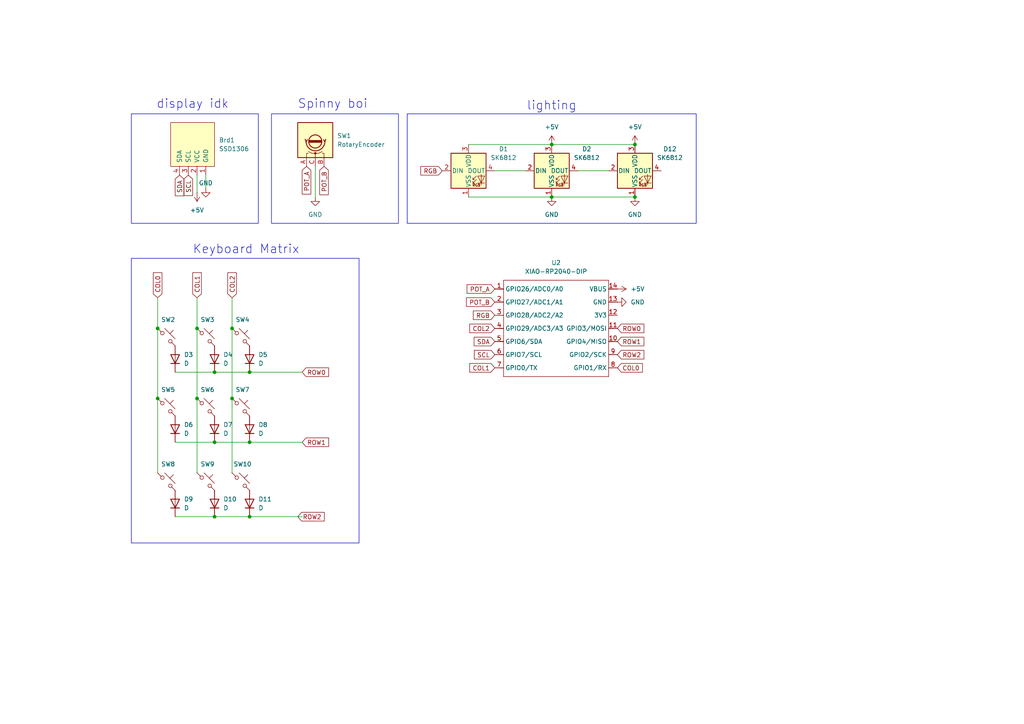
<source format=kicad_sch>
(kicad_sch
	(version 20231120)
	(generator "eeschema")
	(generator_version "8.0")
	(uuid "6be8c79e-7206-4481-8f4f-74a687ad14bd")
	(paper "A4")
	(lib_symbols
		(symbol "Device:D"
			(pin_numbers hide)
			(pin_names
				(offset 1.016) hide)
			(exclude_from_sim no)
			(in_bom yes)
			(on_board yes)
			(property "Reference" "D"
				(at 0 2.54 0)
				(effects
					(font
						(size 1.27 1.27)
					)
				)
			)
			(property "Value" "D"
				(at 0 -2.54 0)
				(effects
					(font
						(size 1.27 1.27)
					)
				)
			)
			(property "Footprint" ""
				(at 0 0 0)
				(effects
					(font
						(size 1.27 1.27)
					)
					(hide yes)
				)
			)
			(property "Datasheet" "~"
				(at 0 0 0)
				(effects
					(font
						(size 1.27 1.27)
					)
					(hide yes)
				)
			)
			(property "Description" "Diode"
				(at 0 0 0)
				(effects
					(font
						(size 1.27 1.27)
					)
					(hide yes)
				)
			)
			(property "Sim.Device" "D"
				(at 0 0 0)
				(effects
					(font
						(size 1.27 1.27)
					)
					(hide yes)
				)
			)
			(property "Sim.Pins" "1=K 2=A"
				(at 0 0 0)
				(effects
					(font
						(size 1.27 1.27)
					)
					(hide yes)
				)
			)
			(property "ki_keywords" "diode"
				(at 0 0 0)
				(effects
					(font
						(size 1.27 1.27)
					)
					(hide yes)
				)
			)
			(property "ki_fp_filters" "TO-???* *_Diode_* *SingleDiode* D_*"
				(at 0 0 0)
				(effects
					(font
						(size 1.27 1.27)
					)
					(hide yes)
				)
			)
			(symbol "D_0_1"
				(polyline
					(pts
						(xy -1.27 1.27) (xy -1.27 -1.27)
					)
					(stroke
						(width 0.254)
						(type default)
					)
					(fill
						(type none)
					)
				)
				(polyline
					(pts
						(xy 1.27 0) (xy -1.27 0)
					)
					(stroke
						(width 0)
						(type default)
					)
					(fill
						(type none)
					)
				)
				(polyline
					(pts
						(xy 1.27 1.27) (xy 1.27 -1.27) (xy -1.27 0) (xy 1.27 1.27)
					)
					(stroke
						(width 0.254)
						(type default)
					)
					(fill
						(type none)
					)
				)
			)
			(symbol "D_1_1"
				(pin passive line
					(at -3.81 0 0)
					(length 2.54)
					(name "K"
						(effects
							(font
								(size 1.27 1.27)
							)
						)
					)
					(number "1"
						(effects
							(font
								(size 1.27 1.27)
							)
						)
					)
				)
				(pin passive line
					(at 3.81 0 180)
					(length 2.54)
					(name "A"
						(effects
							(font
								(size 1.27 1.27)
							)
						)
					)
					(number "2"
						(effects
							(font
								(size 1.27 1.27)
							)
						)
					)
				)
			)
		)
		(symbol "Device:RotaryEncoder"
			(pin_names
				(offset 0.254) hide)
			(exclude_from_sim no)
			(in_bom yes)
			(on_board yes)
			(property "Reference" "SW"
				(at 0 6.604 0)
				(effects
					(font
						(size 1.27 1.27)
					)
				)
			)
			(property "Value" "RotaryEncoder"
				(at 0 -6.604 0)
				(effects
					(font
						(size 1.27 1.27)
					)
				)
			)
			(property "Footprint" ""
				(at -3.81 4.064 0)
				(effects
					(font
						(size 1.27 1.27)
					)
					(hide yes)
				)
			)
			(property "Datasheet" "~"
				(at 0 6.604 0)
				(effects
					(font
						(size 1.27 1.27)
					)
					(hide yes)
				)
			)
			(property "Description" "Rotary encoder, dual channel, incremental quadrate outputs"
				(at 0 0 0)
				(effects
					(font
						(size 1.27 1.27)
					)
					(hide yes)
				)
			)
			(property "ki_keywords" "rotary switch encoder"
				(at 0 0 0)
				(effects
					(font
						(size 1.27 1.27)
					)
					(hide yes)
				)
			)
			(property "ki_fp_filters" "RotaryEncoder*"
				(at 0 0 0)
				(effects
					(font
						(size 1.27 1.27)
					)
					(hide yes)
				)
			)
			(symbol "RotaryEncoder_0_1"
				(rectangle
					(start -5.08 5.08)
					(end 5.08 -5.08)
					(stroke
						(width 0.254)
						(type default)
					)
					(fill
						(type background)
					)
				)
				(circle
					(center -3.81 0)
					(radius 0.254)
					(stroke
						(width 0)
						(type default)
					)
					(fill
						(type outline)
					)
				)
				(circle
					(center -0.381 0)
					(radius 1.905)
					(stroke
						(width 0.254)
						(type default)
					)
					(fill
						(type none)
					)
				)
				(arc
					(start -0.381 2.667)
					(mid -3.0988 -0.0635)
					(end -0.381 -2.794)
					(stroke
						(width 0.254)
						(type default)
					)
					(fill
						(type none)
					)
				)
				(polyline
					(pts
						(xy -0.635 -1.778) (xy -0.635 1.778)
					)
					(stroke
						(width 0.254)
						(type default)
					)
					(fill
						(type none)
					)
				)
				(polyline
					(pts
						(xy -0.381 -1.778) (xy -0.381 1.778)
					)
					(stroke
						(width 0.254)
						(type default)
					)
					(fill
						(type none)
					)
				)
				(polyline
					(pts
						(xy -0.127 1.778) (xy -0.127 -1.778)
					)
					(stroke
						(width 0.254)
						(type default)
					)
					(fill
						(type none)
					)
				)
				(polyline
					(pts
						(xy -5.08 -2.54) (xy -3.81 -2.54) (xy -3.81 -2.032)
					)
					(stroke
						(width 0)
						(type default)
					)
					(fill
						(type none)
					)
				)
				(polyline
					(pts
						(xy -5.08 2.54) (xy -3.81 2.54) (xy -3.81 2.032)
					)
					(stroke
						(width 0)
						(type default)
					)
					(fill
						(type none)
					)
				)
				(polyline
					(pts
						(xy 0.254 -3.048) (xy -0.508 -2.794) (xy 0.127 -2.413)
					)
					(stroke
						(width 0.254)
						(type default)
					)
					(fill
						(type none)
					)
				)
				(polyline
					(pts
						(xy 0.254 2.921) (xy -0.508 2.667) (xy 0.127 2.286)
					)
					(stroke
						(width 0.254)
						(type default)
					)
					(fill
						(type none)
					)
				)
				(polyline
					(pts
						(xy -5.08 0) (xy -3.81 0) (xy -3.81 -1.016) (xy -3.302 -2.032)
					)
					(stroke
						(width 0)
						(type default)
					)
					(fill
						(type none)
					)
				)
				(polyline
					(pts
						(xy -4.318 0) (xy -3.81 0) (xy -3.81 1.016) (xy -3.302 2.032)
					)
					(stroke
						(width 0)
						(type default)
					)
					(fill
						(type none)
					)
				)
			)
			(symbol "RotaryEncoder_1_1"
				(pin passive line
					(at -7.62 2.54 0)
					(length 2.54)
					(name "A"
						(effects
							(font
								(size 1.27 1.27)
							)
						)
					)
					(number "A"
						(effects
							(font
								(size 1.27 1.27)
							)
						)
					)
				)
				(pin passive line
					(at -7.62 -2.54 0)
					(length 2.54)
					(name "B"
						(effects
							(font
								(size 1.27 1.27)
							)
						)
					)
					(number "B"
						(effects
							(font
								(size 1.27 1.27)
							)
						)
					)
				)
				(pin passive line
					(at -7.62 0 0)
					(length 2.54)
					(name "C"
						(effects
							(font
								(size 1.27 1.27)
							)
						)
					)
					(number "C"
						(effects
							(font
								(size 1.27 1.27)
							)
						)
					)
				)
			)
		)
		(symbol "LED:SK6812"
			(pin_names
				(offset 0.254)
			)
			(exclude_from_sim no)
			(in_bom yes)
			(on_board yes)
			(property "Reference" "D"
				(at 5.08 5.715 0)
				(effects
					(font
						(size 1.27 1.27)
					)
					(justify right bottom)
				)
			)
			(property "Value" "SK6812"
				(at 1.27 -5.715 0)
				(effects
					(font
						(size 1.27 1.27)
					)
					(justify left top)
				)
			)
			(property "Footprint" "LED_SMD:LED_SK6812_PLCC4_5.0x5.0mm_P3.2mm"
				(at 1.27 -7.62 0)
				(effects
					(font
						(size 1.27 1.27)
					)
					(justify left top)
					(hide yes)
				)
			)
			(property "Datasheet" "https://cdn-shop.adafruit.com/product-files/1138/SK6812+LED+datasheet+.pdf"
				(at 2.54 -9.525 0)
				(effects
					(font
						(size 1.27 1.27)
					)
					(justify left top)
					(hide yes)
				)
			)
			(property "Description" "RGB LED with integrated controller"
				(at 0 0 0)
				(effects
					(font
						(size 1.27 1.27)
					)
					(hide yes)
				)
			)
			(property "ki_keywords" "RGB LED NeoPixel addressable"
				(at 0 0 0)
				(effects
					(font
						(size 1.27 1.27)
					)
					(hide yes)
				)
			)
			(property "ki_fp_filters" "LED*SK6812*PLCC*5.0x5.0mm*P3.2mm*"
				(at 0 0 0)
				(effects
					(font
						(size 1.27 1.27)
					)
					(hide yes)
				)
			)
			(symbol "SK6812_0_0"
				(text "RGB"
					(at 2.286 -4.191 0)
					(effects
						(font
							(size 0.762 0.762)
						)
					)
				)
			)
			(symbol "SK6812_0_1"
				(polyline
					(pts
						(xy 1.27 -3.556) (xy 1.778 -3.556)
					)
					(stroke
						(width 0)
						(type default)
					)
					(fill
						(type none)
					)
				)
				(polyline
					(pts
						(xy 1.27 -2.54) (xy 1.778 -2.54)
					)
					(stroke
						(width 0)
						(type default)
					)
					(fill
						(type none)
					)
				)
				(polyline
					(pts
						(xy 4.699 -3.556) (xy 2.667 -3.556)
					)
					(stroke
						(width 0)
						(type default)
					)
					(fill
						(type none)
					)
				)
				(polyline
					(pts
						(xy 2.286 -2.54) (xy 1.27 -3.556) (xy 1.27 -3.048)
					)
					(stroke
						(width 0)
						(type default)
					)
					(fill
						(type none)
					)
				)
				(polyline
					(pts
						(xy 2.286 -1.524) (xy 1.27 -2.54) (xy 1.27 -2.032)
					)
					(stroke
						(width 0)
						(type default)
					)
					(fill
						(type none)
					)
				)
				(polyline
					(pts
						(xy 3.683 -1.016) (xy 3.683 -3.556) (xy 3.683 -4.064)
					)
					(stroke
						(width 0)
						(type default)
					)
					(fill
						(type none)
					)
				)
				(polyline
					(pts
						(xy 4.699 -1.524) (xy 2.667 -1.524) (xy 3.683 -3.556) (xy 4.699 -1.524)
					)
					(stroke
						(width 0)
						(type default)
					)
					(fill
						(type none)
					)
				)
				(rectangle
					(start 5.08 5.08)
					(end -5.08 -5.08)
					(stroke
						(width 0.254)
						(type default)
					)
					(fill
						(type background)
					)
				)
			)
			(symbol "SK6812_1_1"
				(pin power_in line
					(at 0 -7.62 90)
					(length 2.54)
					(name "VSS"
						(effects
							(font
								(size 1.27 1.27)
							)
						)
					)
					(number "1"
						(effects
							(font
								(size 1.27 1.27)
							)
						)
					)
				)
				(pin input line
					(at -7.62 0 0)
					(length 2.54)
					(name "DIN"
						(effects
							(font
								(size 1.27 1.27)
							)
						)
					)
					(number "2"
						(effects
							(font
								(size 1.27 1.27)
							)
						)
					)
				)
				(pin power_in line
					(at 0 7.62 270)
					(length 2.54)
					(name "VDD"
						(effects
							(font
								(size 1.27 1.27)
							)
						)
					)
					(number "3"
						(effects
							(font
								(size 1.27 1.27)
							)
						)
					)
				)
				(pin output line
					(at 7.62 0 180)
					(length 2.54)
					(name "DOUT"
						(effects
							(font
								(size 1.27 1.27)
							)
						)
					)
					(number "4"
						(effects
							(font
								(size 1.27 1.27)
							)
						)
					)
				)
			)
		)
		(symbol "SSD1306-128x64_OLED:SSD1306"
			(pin_names
				(offset 1.016)
			)
			(exclude_from_sim no)
			(in_bom yes)
			(on_board yes)
			(property "Reference" "Brd"
				(at 0 -3.81 0)
				(effects
					(font
						(size 1.27 1.27)
					)
				)
			)
			(property "Value" "SSD1306"
				(at 0 -1.27 0)
				(effects
					(font
						(size 1.27 1.27)
					)
				)
			)
			(property "Footprint" ""
				(at 0 6.35 0)
				(effects
					(font
						(size 1.27 1.27)
					)
					(hide yes)
				)
			)
			(property "Datasheet" ""
				(at 0 6.35 0)
				(effects
					(font
						(size 1.27 1.27)
					)
					(hide yes)
				)
			)
			(property "Description" "SSD1306 OLED"
				(at 0 0 0)
				(effects
					(font
						(size 1.27 1.27)
					)
					(hide yes)
				)
			)
			(property "ki_keywords" "SSD1306"
				(at 0 0 0)
				(effects
					(font
						(size 1.27 1.27)
					)
					(hide yes)
				)
			)
			(property "ki_fp_filters" "SSD1306-128x64_OLED:SSD1306"
				(at 0 0 0)
				(effects
					(font
						(size 1.27 1.27)
					)
					(hide yes)
				)
			)
			(symbol "SSD1306_0_1"
				(rectangle
					(start -6.35 6.35)
					(end 6.35 -6.35)
					(stroke
						(width 0)
						(type solid)
					)
					(fill
						(type background)
					)
				)
			)
			(symbol "SSD1306_1_1"
				(pin input line
					(at -3.81 8.89 270)
					(length 2.54)
					(name "GND"
						(effects
							(font
								(size 1.27 1.27)
							)
						)
					)
					(number "1"
						(effects
							(font
								(size 1.27 1.27)
							)
						)
					)
				)
				(pin input line
					(at -1.27 8.89 270)
					(length 2.54)
					(name "VCC"
						(effects
							(font
								(size 1.27 1.27)
							)
						)
					)
					(number "2"
						(effects
							(font
								(size 1.27 1.27)
							)
						)
					)
				)
				(pin input line
					(at 1.27 8.89 270)
					(length 2.54)
					(name "SCL"
						(effects
							(font
								(size 1.27 1.27)
							)
						)
					)
					(number "3"
						(effects
							(font
								(size 1.27 1.27)
							)
						)
					)
				)
				(pin input line
					(at 3.81 8.89 270)
					(length 2.54)
					(name "SDA"
						(effects
							(font
								(size 1.27 1.27)
							)
						)
					)
					(number "4"
						(effects
							(font
								(size 1.27 1.27)
							)
						)
					)
				)
			)
		)
		(symbol "Seeed_Studio_XIAO_Series:XIAO-RP2040-DIP"
			(exclude_from_sim no)
			(in_bom yes)
			(on_board yes)
			(property "Reference" "U"
				(at 0 0 0)
				(effects
					(font
						(size 1.27 1.27)
					)
				)
			)
			(property "Value" "XIAO-RP2040-DIP"
				(at 5.334 -1.778 0)
				(effects
					(font
						(size 1.27 1.27)
					)
				)
			)
			(property "Footprint" "Module:MOUDLE14P-XIAO-DIP-SMD"
				(at 14.478 -32.258 0)
				(effects
					(font
						(size 1.27 1.27)
					)
					(hide yes)
				)
			)
			(property "Datasheet" ""
				(at 0 0 0)
				(effects
					(font
						(size 1.27 1.27)
					)
					(hide yes)
				)
			)
			(property "Description" ""
				(at 0 0 0)
				(effects
					(font
						(size 1.27 1.27)
					)
					(hide yes)
				)
			)
			(symbol "XIAO-RP2040-DIP_1_0"
				(polyline
					(pts
						(xy -1.27 -30.48) (xy -1.27 -16.51)
					)
					(stroke
						(width 0.1524)
						(type solid)
					)
					(fill
						(type none)
					)
				)
				(polyline
					(pts
						(xy -1.27 -27.94) (xy -2.54 -27.94)
					)
					(stroke
						(width 0.1524)
						(type solid)
					)
					(fill
						(type none)
					)
				)
				(polyline
					(pts
						(xy -1.27 -24.13) (xy -2.54 -24.13)
					)
					(stroke
						(width 0.1524)
						(type solid)
					)
					(fill
						(type none)
					)
				)
				(polyline
					(pts
						(xy -1.27 -20.32) (xy -2.54 -20.32)
					)
					(stroke
						(width 0.1524)
						(type solid)
					)
					(fill
						(type none)
					)
				)
				(polyline
					(pts
						(xy -1.27 -16.51) (xy -2.54 -16.51)
					)
					(stroke
						(width 0.1524)
						(type solid)
					)
					(fill
						(type none)
					)
				)
				(polyline
					(pts
						(xy -1.27 -16.51) (xy -1.27 -12.7)
					)
					(stroke
						(width 0.1524)
						(type solid)
					)
					(fill
						(type none)
					)
				)
				(polyline
					(pts
						(xy -1.27 -12.7) (xy -2.54 -12.7)
					)
					(stroke
						(width 0.1524)
						(type solid)
					)
					(fill
						(type none)
					)
				)
				(polyline
					(pts
						(xy -1.27 -12.7) (xy -1.27 -8.89)
					)
					(stroke
						(width 0.1524)
						(type solid)
					)
					(fill
						(type none)
					)
				)
				(polyline
					(pts
						(xy -1.27 -8.89) (xy -2.54 -8.89)
					)
					(stroke
						(width 0.1524)
						(type solid)
					)
					(fill
						(type none)
					)
				)
				(polyline
					(pts
						(xy -1.27 -8.89) (xy -1.27 -5.08)
					)
					(stroke
						(width 0.1524)
						(type solid)
					)
					(fill
						(type none)
					)
				)
				(polyline
					(pts
						(xy -1.27 -5.08) (xy -2.54 -5.08)
					)
					(stroke
						(width 0.1524)
						(type solid)
					)
					(fill
						(type none)
					)
				)
				(polyline
					(pts
						(xy -1.27 -5.08) (xy -1.27 -2.54)
					)
					(stroke
						(width 0.1524)
						(type solid)
					)
					(fill
						(type none)
					)
				)
				(polyline
					(pts
						(xy -1.27 -2.54) (xy 29.21 -2.54)
					)
					(stroke
						(width 0.1524)
						(type solid)
					)
					(fill
						(type none)
					)
				)
				(polyline
					(pts
						(xy 29.21 -30.48) (xy -1.27 -30.48)
					)
					(stroke
						(width 0.1524)
						(type solid)
					)
					(fill
						(type none)
					)
				)
				(polyline
					(pts
						(xy 29.21 -12.7) (xy 29.21 -30.48)
					)
					(stroke
						(width 0.1524)
						(type solid)
					)
					(fill
						(type none)
					)
				)
				(polyline
					(pts
						(xy 29.21 -8.89) (xy 29.21 -12.7)
					)
					(stroke
						(width 0.1524)
						(type solid)
					)
					(fill
						(type none)
					)
				)
				(polyline
					(pts
						(xy 29.21 -5.08) (xy 29.21 -8.89)
					)
					(stroke
						(width 0.1524)
						(type solid)
					)
					(fill
						(type none)
					)
				)
				(polyline
					(pts
						(xy 29.21 -2.54) (xy 29.21 -5.08)
					)
					(stroke
						(width 0.1524)
						(type solid)
					)
					(fill
						(type none)
					)
				)
				(polyline
					(pts
						(xy 30.48 -27.94) (xy 29.21 -27.94)
					)
					(stroke
						(width 0.1524)
						(type solid)
					)
					(fill
						(type none)
					)
				)
				(polyline
					(pts
						(xy 30.48 -24.13) (xy 29.21 -24.13)
					)
					(stroke
						(width 0.1524)
						(type solid)
					)
					(fill
						(type none)
					)
				)
				(polyline
					(pts
						(xy 30.48 -20.32) (xy 29.21 -20.32)
					)
					(stroke
						(width 0.1524)
						(type solid)
					)
					(fill
						(type none)
					)
				)
				(polyline
					(pts
						(xy 30.48 -16.51) (xy 29.21 -16.51)
					)
					(stroke
						(width 0.1524)
						(type solid)
					)
					(fill
						(type none)
					)
				)
				(polyline
					(pts
						(xy 30.48 -12.7) (xy 29.21 -12.7)
					)
					(stroke
						(width 0.1524)
						(type solid)
					)
					(fill
						(type none)
					)
				)
				(polyline
					(pts
						(xy 30.48 -8.89) (xy 29.21 -8.89)
					)
					(stroke
						(width 0.1524)
						(type solid)
					)
					(fill
						(type none)
					)
				)
				(polyline
					(pts
						(xy 30.48 -5.08) (xy 29.21 -5.08)
					)
					(stroke
						(width 0.1524)
						(type solid)
					)
					(fill
						(type none)
					)
				)
				(pin passive line
					(at -3.81 -5.08 0)
					(length 2.54)
					(name "GPIO26/ADC0/A0"
						(effects
							(font
								(size 1.27 1.27)
							)
						)
					)
					(number "1"
						(effects
							(font
								(size 1.27 1.27)
							)
						)
					)
				)
				(pin passive line
					(at 31.75 -20.32 180)
					(length 2.54)
					(name "GPIO4/MISO"
						(effects
							(font
								(size 1.27 1.27)
							)
						)
					)
					(number "10"
						(effects
							(font
								(size 1.27 1.27)
							)
						)
					)
				)
				(pin passive line
					(at 31.75 -16.51 180)
					(length 2.54)
					(name "GPIO3/MOSI"
						(effects
							(font
								(size 1.27 1.27)
							)
						)
					)
					(number "11"
						(effects
							(font
								(size 1.27 1.27)
							)
						)
					)
				)
				(pin passive line
					(at 31.75 -12.7 180)
					(length 2.54)
					(name "3V3"
						(effects
							(font
								(size 1.27 1.27)
							)
						)
					)
					(number "12"
						(effects
							(font
								(size 1.27 1.27)
							)
						)
					)
				)
				(pin passive line
					(at 31.75 -8.89 180)
					(length 2.54)
					(name "GND"
						(effects
							(font
								(size 1.27 1.27)
							)
						)
					)
					(number "13"
						(effects
							(font
								(size 1.27 1.27)
							)
						)
					)
				)
				(pin passive line
					(at 31.75 -5.08 180)
					(length 2.54)
					(name "VBUS"
						(effects
							(font
								(size 1.27 1.27)
							)
						)
					)
					(number "14"
						(effects
							(font
								(size 1.27 1.27)
							)
						)
					)
				)
				(pin passive line
					(at -3.81 -8.89 0)
					(length 2.54)
					(name "GPIO27/ADC1/A1"
						(effects
							(font
								(size 1.27 1.27)
							)
						)
					)
					(number "2"
						(effects
							(font
								(size 1.27 1.27)
							)
						)
					)
				)
				(pin passive line
					(at -3.81 -12.7 0)
					(length 2.54)
					(name "GPIO28/ADC2/A2"
						(effects
							(font
								(size 1.27 1.27)
							)
						)
					)
					(number "3"
						(effects
							(font
								(size 1.27 1.27)
							)
						)
					)
				)
				(pin passive line
					(at -3.81 -16.51 0)
					(length 2.54)
					(name "GPIO29/ADC3/A3"
						(effects
							(font
								(size 1.27 1.27)
							)
						)
					)
					(number "4"
						(effects
							(font
								(size 1.27 1.27)
							)
						)
					)
				)
				(pin passive line
					(at -3.81 -20.32 0)
					(length 2.54)
					(name "GPIO6/SDA"
						(effects
							(font
								(size 1.27 1.27)
							)
						)
					)
					(number "5"
						(effects
							(font
								(size 1.27 1.27)
							)
						)
					)
				)
				(pin passive line
					(at -3.81 -24.13 0)
					(length 2.54)
					(name "GPIO7/SCL"
						(effects
							(font
								(size 1.27 1.27)
							)
						)
					)
					(number "6"
						(effects
							(font
								(size 1.27 1.27)
							)
						)
					)
				)
				(pin passive line
					(at -3.81 -27.94 0)
					(length 2.54)
					(name "GPIO0/TX"
						(effects
							(font
								(size 1.27 1.27)
							)
						)
					)
					(number "7"
						(effects
							(font
								(size 1.27 1.27)
							)
						)
					)
				)
				(pin passive line
					(at 31.75 -27.94 180)
					(length 2.54)
					(name "GPIO1/RX"
						(effects
							(font
								(size 1.27 1.27)
							)
						)
					)
					(number "8"
						(effects
							(font
								(size 1.27 1.27)
							)
						)
					)
				)
				(pin passive line
					(at 31.75 -24.13 180)
					(length 2.54)
					(name "GPIO2/SCK"
						(effects
							(font
								(size 1.27 1.27)
							)
						)
					)
					(number "9"
						(effects
							(font
								(size 1.27 1.27)
							)
						)
					)
				)
			)
		)
		(symbol "Switch:SW_Push_45deg"
			(pin_numbers hide)
			(pin_names
				(offset 1.016) hide)
			(exclude_from_sim no)
			(in_bom yes)
			(on_board yes)
			(property "Reference" "SW"
				(at 3.048 1.016 0)
				(effects
					(font
						(size 1.27 1.27)
					)
					(justify left)
				)
			)
			(property "Value" "SW_Push_45deg"
				(at 0 -3.81 0)
				(effects
					(font
						(size 1.27 1.27)
					)
				)
			)
			(property "Footprint" ""
				(at 0 0 0)
				(effects
					(font
						(size 1.27 1.27)
					)
					(hide yes)
				)
			)
			(property "Datasheet" "~"
				(at 0 0 0)
				(effects
					(font
						(size 1.27 1.27)
					)
					(hide yes)
				)
			)
			(property "Description" "Push button switch, normally open, two pins, 45° tilted"
				(at 0 0 0)
				(effects
					(font
						(size 1.27 1.27)
					)
					(hide yes)
				)
			)
			(property "ki_keywords" "switch normally-open pushbutton push-button"
				(at 0 0 0)
				(effects
					(font
						(size 1.27 1.27)
					)
					(hide yes)
				)
			)
			(symbol "SW_Push_45deg_0_1"
				(circle
					(center -1.1684 1.1684)
					(radius 0.508)
					(stroke
						(width 0)
						(type default)
					)
					(fill
						(type none)
					)
				)
				(polyline
					(pts
						(xy -0.508 2.54) (xy 2.54 -0.508)
					)
					(stroke
						(width 0)
						(type default)
					)
					(fill
						(type none)
					)
				)
				(polyline
					(pts
						(xy 1.016 1.016) (xy 2.032 2.032)
					)
					(stroke
						(width 0)
						(type default)
					)
					(fill
						(type none)
					)
				)
				(polyline
					(pts
						(xy -2.54 2.54) (xy -1.524 1.524) (xy -1.524 1.524)
					)
					(stroke
						(width 0)
						(type default)
					)
					(fill
						(type none)
					)
				)
				(polyline
					(pts
						(xy 1.524 -1.524) (xy 2.54 -2.54) (xy 2.54 -2.54) (xy 2.54 -2.54)
					)
					(stroke
						(width 0)
						(type default)
					)
					(fill
						(type none)
					)
				)
				(circle
					(center 1.143 -1.1938)
					(radius 0.508)
					(stroke
						(width 0)
						(type default)
					)
					(fill
						(type none)
					)
				)
				(pin passive line
					(at -2.54 2.54 0)
					(length 0)
					(name "1"
						(effects
							(font
								(size 1.27 1.27)
							)
						)
					)
					(number "1"
						(effects
							(font
								(size 1.27 1.27)
							)
						)
					)
				)
				(pin passive line
					(at 2.54 -2.54 180)
					(length 0)
					(name "2"
						(effects
							(font
								(size 1.27 1.27)
							)
						)
					)
					(number "2"
						(effects
							(font
								(size 1.27 1.27)
							)
						)
					)
				)
			)
		)
		(symbol "power:+5V"
			(power)
			(pin_numbers hide)
			(pin_names
				(offset 0) hide)
			(exclude_from_sim no)
			(in_bom yes)
			(on_board yes)
			(property "Reference" "#PWR"
				(at 0 -3.81 0)
				(effects
					(font
						(size 1.27 1.27)
					)
					(hide yes)
				)
			)
			(property "Value" "+5V"
				(at 0 3.556 0)
				(effects
					(font
						(size 1.27 1.27)
					)
				)
			)
			(property "Footprint" ""
				(at 0 0 0)
				(effects
					(font
						(size 1.27 1.27)
					)
					(hide yes)
				)
			)
			(property "Datasheet" ""
				(at 0 0 0)
				(effects
					(font
						(size 1.27 1.27)
					)
					(hide yes)
				)
			)
			(property "Description" "Power symbol creates a global label with name \"+5V\""
				(at 0 0 0)
				(effects
					(font
						(size 1.27 1.27)
					)
					(hide yes)
				)
			)
			(property "ki_keywords" "global power"
				(at 0 0 0)
				(effects
					(font
						(size 1.27 1.27)
					)
					(hide yes)
				)
			)
			(symbol "+5V_0_1"
				(polyline
					(pts
						(xy -0.762 1.27) (xy 0 2.54)
					)
					(stroke
						(width 0)
						(type default)
					)
					(fill
						(type none)
					)
				)
				(polyline
					(pts
						(xy 0 0) (xy 0 2.54)
					)
					(stroke
						(width 0)
						(type default)
					)
					(fill
						(type none)
					)
				)
				(polyline
					(pts
						(xy 0 2.54) (xy 0.762 1.27)
					)
					(stroke
						(width 0)
						(type default)
					)
					(fill
						(type none)
					)
				)
			)
			(symbol "+5V_1_1"
				(pin power_in line
					(at 0 0 90)
					(length 0)
					(name "~"
						(effects
							(font
								(size 1.27 1.27)
							)
						)
					)
					(number "1"
						(effects
							(font
								(size 1.27 1.27)
							)
						)
					)
				)
			)
		)
		(symbol "power:GND"
			(power)
			(pin_numbers hide)
			(pin_names
				(offset 0) hide)
			(exclude_from_sim no)
			(in_bom yes)
			(on_board yes)
			(property "Reference" "#PWR"
				(at 0 -6.35 0)
				(effects
					(font
						(size 1.27 1.27)
					)
					(hide yes)
				)
			)
			(property "Value" "GND"
				(at 0 -3.81 0)
				(effects
					(font
						(size 1.27 1.27)
					)
				)
			)
			(property "Footprint" ""
				(at 0 0 0)
				(effects
					(font
						(size 1.27 1.27)
					)
					(hide yes)
				)
			)
			(property "Datasheet" ""
				(at 0 0 0)
				(effects
					(font
						(size 1.27 1.27)
					)
					(hide yes)
				)
			)
			(property "Description" "Power symbol creates a global label with name \"GND\" , ground"
				(at 0 0 0)
				(effects
					(font
						(size 1.27 1.27)
					)
					(hide yes)
				)
			)
			(property "ki_keywords" "global power"
				(at 0 0 0)
				(effects
					(font
						(size 1.27 1.27)
					)
					(hide yes)
				)
			)
			(symbol "GND_0_1"
				(polyline
					(pts
						(xy 0 0) (xy 0 -1.27) (xy 1.27 -1.27) (xy 0 -2.54) (xy -1.27 -1.27) (xy 0 -1.27)
					)
					(stroke
						(width 0)
						(type default)
					)
					(fill
						(type none)
					)
				)
			)
			(symbol "GND_1_1"
				(pin power_in line
					(at 0 0 270)
					(length 0)
					(name "~"
						(effects
							(font
								(size 1.27 1.27)
							)
						)
					)
					(number "1"
						(effects
							(font
								(size 1.27 1.27)
							)
						)
					)
				)
			)
		)
	)
	(junction
		(at 184.15 57.15)
		(diameter 0)
		(color 0 0 0 0)
		(uuid "12e32c81-5372-4735-8199-2fc69fd04cfe")
	)
	(junction
		(at 62.23 149.86)
		(diameter 0)
		(color 0 0 0 0)
		(uuid "148e0dd3-ba78-49db-b488-d854ac443242")
	)
	(junction
		(at 45.72 115.57)
		(diameter 0)
		(color 0 0 0 0)
		(uuid "1d74a871-2d3b-4936-9af6-f4eac2e14e66")
	)
	(junction
		(at 45.72 95.25)
		(diameter 0)
		(color 0 0 0 0)
		(uuid "1dc9cf58-9a80-4b5e-8aef-82edcea92a67")
	)
	(junction
		(at 160.02 57.15)
		(diameter 0)
		(color 0 0 0 0)
		(uuid "1fc4384f-f08f-4d42-98e6-b00681358e3f")
	)
	(junction
		(at 72.39 149.86)
		(diameter 0)
		(color 0 0 0 0)
		(uuid "2a2517ef-d912-4ee4-b29d-8937d0618bf3")
	)
	(junction
		(at 62.23 107.95)
		(diameter 0)
		(color 0 0 0 0)
		(uuid "2b7aee19-5359-4711-a917-ff537502e2f3")
	)
	(junction
		(at 67.31 115.57)
		(diameter 0)
		(color 0 0 0 0)
		(uuid "368d1806-bc15-4b97-b970-8a4df0b7e115")
	)
	(junction
		(at 67.31 95.25)
		(diameter 0)
		(color 0 0 0 0)
		(uuid "4db78064-f0a6-4bc6-bc30-b2983854c718")
	)
	(junction
		(at 184.15 41.91)
		(diameter 0)
		(color 0 0 0 0)
		(uuid "6feb8c70-a1b1-462f-908e-0912c2c8b7cb")
	)
	(junction
		(at 57.15 95.25)
		(diameter 0)
		(color 0 0 0 0)
		(uuid "7ead0323-1bcf-451a-adc1-c0f211560b85")
	)
	(junction
		(at 72.39 128.27)
		(diameter 0)
		(color 0 0 0 0)
		(uuid "9c50d5ec-bfc8-45ed-9b99-4ac2af529731")
	)
	(junction
		(at 160.02 41.91)
		(diameter 0)
		(color 0 0 0 0)
		(uuid "a2603b14-48fd-46b9-8e1c-f6ed9a596c65")
	)
	(junction
		(at 72.39 107.95)
		(diameter 0)
		(color 0 0 0 0)
		(uuid "bec97390-c2d7-4675-ad92-d6e8aa5156dc")
	)
	(junction
		(at 57.15 115.57)
		(diameter 0)
		(color 0 0 0 0)
		(uuid "d0b506eb-6ad3-436d-809d-a7fa93c6afc8")
	)
	(junction
		(at 62.23 128.27)
		(diameter 0)
		(color 0 0 0 0)
		(uuid "f3201582-3bdb-42f7-af25-2b1acd10808a")
	)
	(wire
		(pts
			(xy 143.51 49.53) (xy 152.4 49.53)
		)
		(stroke
			(width 0)
			(type default)
		)
		(uuid "20231fd2-d6d3-4e7a-8b03-20a4250d111a")
	)
	(wire
		(pts
			(xy 91.44 57.15) (xy 91.44 48.26)
		)
		(stroke
			(width 0)
			(type default)
		)
		(uuid "2023d8f5-def8-4793-a159-b298d434c61f")
	)
	(wire
		(pts
			(xy 57.15 86.36) (xy 57.15 95.25)
		)
		(stroke
			(width 0)
			(type default)
		)
		(uuid "21e3ddf0-4677-482c-9c5b-6705c46f7606")
	)
	(wire
		(pts
			(xy 50.8 149.86) (xy 62.23 149.86)
		)
		(stroke
			(width 0)
			(type default)
		)
		(uuid "26392f27-037b-4859-9277-1c9a8a7d164e")
	)
	(wire
		(pts
			(xy 67.31 86.36) (xy 67.31 95.25)
		)
		(stroke
			(width 0)
			(type default)
		)
		(uuid "5a2d104c-c439-4cae-a3f6-1316adcfc2dd")
	)
	(wire
		(pts
			(xy 167.64 49.53) (xy 176.53 49.53)
		)
		(stroke
			(width 0)
			(type default)
		)
		(uuid "60abcd7d-8617-40d7-8e9a-b3a5a4b9bdec")
	)
	(wire
		(pts
			(xy 45.72 86.36) (xy 45.72 95.25)
		)
		(stroke
			(width 0)
			(type default)
		)
		(uuid "6404065e-5b11-4b22-9e38-44f0a98cd6e4")
	)
	(wire
		(pts
			(xy 45.72 115.57) (xy 45.72 137.16)
		)
		(stroke
			(width 0)
			(type default)
		)
		(uuid "6ba87fe4-5f47-4dbb-88fe-0078a8bf4a2e")
	)
	(wire
		(pts
			(xy 57.15 115.57) (xy 57.15 137.16)
		)
		(stroke
			(width 0)
			(type default)
		)
		(uuid "8684d0ac-d634-4969-8ea7-6152f960be0d")
	)
	(wire
		(pts
			(xy 67.31 95.25) (xy 67.31 115.57)
		)
		(stroke
			(width 0)
			(type default)
		)
		(uuid "8890fa76-4179-4949-9b37-5bb86de81415")
	)
	(wire
		(pts
			(xy 67.31 115.57) (xy 67.31 137.16)
		)
		(stroke
			(width 0)
			(type default)
		)
		(uuid "8ab3a7af-9751-4740-ab86-c3025ad3668a")
	)
	(wire
		(pts
			(xy 72.39 128.27) (xy 87.63 128.27)
		)
		(stroke
			(width 0)
			(type default)
		)
		(uuid "907bc4fe-873f-45e0-8b73-99341badc99d")
	)
	(wire
		(pts
			(xy 62.23 107.95) (xy 72.39 107.95)
		)
		(stroke
			(width 0)
			(type default)
		)
		(uuid "91570fac-7f83-4187-8690-73016a7c4937")
	)
	(wire
		(pts
			(xy 57.15 55.88) (xy 57.15 50.8)
		)
		(stroke
			(width 0)
			(type default)
		)
		(uuid "958773c6-a752-4194-b181-627ae070568e")
	)
	(wire
		(pts
			(xy 62.23 128.27) (xy 72.39 128.27)
		)
		(stroke
			(width 0)
			(type default)
		)
		(uuid "a4dc61e5-c6d1-47c7-b5e1-faa7a171b610")
	)
	(wire
		(pts
			(xy 135.89 57.15) (xy 160.02 57.15)
		)
		(stroke
			(width 0)
			(type default)
		)
		(uuid "a8eb7fc7-0436-4eee-b1a9-5d910b302953")
	)
	(wire
		(pts
			(xy 72.39 149.86) (xy 87.63 149.86)
		)
		(stroke
			(width 0)
			(type default)
		)
		(uuid "b5133573-d352-4bed-966d-0850d8438320")
	)
	(wire
		(pts
			(xy 160.02 57.15) (xy 184.15 57.15)
		)
		(stroke
			(width 0)
			(type default)
		)
		(uuid "b8800b8d-e5d7-48f9-a6fe-af15f0c095d1")
	)
	(wire
		(pts
			(xy 45.72 95.25) (xy 45.72 115.57)
		)
		(stroke
			(width 0)
			(type default)
		)
		(uuid "c0b580e2-2d22-4a7f-bae4-d0176fb3aef2")
	)
	(wire
		(pts
			(xy 59.69 54.61) (xy 59.69 50.8)
		)
		(stroke
			(width 0)
			(type default)
		)
		(uuid "c20ee705-5dd5-41d0-94de-c1b404ff4638")
	)
	(wire
		(pts
			(xy 50.8 128.27) (xy 62.23 128.27)
		)
		(stroke
			(width 0)
			(type default)
		)
		(uuid "d2e9bf39-12f2-4b97-8e69-67c16b16cff8")
	)
	(wire
		(pts
			(xy 160.02 41.91) (xy 184.15 41.91)
		)
		(stroke
			(width 0)
			(type default)
		)
		(uuid "d5a5f792-5e7f-4d8d-abea-08e93b324616")
	)
	(wire
		(pts
			(xy 57.15 95.25) (xy 57.15 115.57)
		)
		(stroke
			(width 0)
			(type default)
		)
		(uuid "e2d8c161-c8fc-48fa-8f8a-5195df751965")
	)
	(wire
		(pts
			(xy 72.39 107.95) (xy 87.63 107.95)
		)
		(stroke
			(width 0)
			(type default)
		)
		(uuid "e73ecf4e-d104-4687-b4f1-a348b77facf4")
	)
	(wire
		(pts
			(xy 50.8 107.95) (xy 62.23 107.95)
		)
		(stroke
			(width 0)
			(type default)
		)
		(uuid "f50817bc-9c95-450f-b51e-5edf41606316")
	)
	(wire
		(pts
			(xy 62.23 149.86) (xy 72.39 149.86)
		)
		(stroke
			(width 0)
			(type default)
		)
		(uuid "f5effe70-4f8c-4ba3-a804-ebf402ab47b6")
	)
	(wire
		(pts
			(xy 135.89 41.91) (xy 160.02 41.91)
		)
		(stroke
			(width 0)
			(type default)
		)
		(uuid "fa031d11-92a0-4c02-824d-84a80e797dfb")
	)
	(rectangle
		(start 38.1 74.93)
		(end 104.14 157.48)
		(stroke
			(width 0)
			(type default)
		)
		(fill
			(type none)
		)
		(uuid 20b64bb5-8bbb-4889-af7e-c6bba73519de)
	)
	(rectangle
		(start 78.74 33.02)
		(end 115.57 64.77)
		(stroke
			(width 0)
			(type default)
		)
		(fill
			(type none)
		)
		(uuid 86f7947b-6e9d-4719-856d-d9d8efd6967a)
	)
	(rectangle
		(start 118.11 33.02)
		(end 201.93 64.77)
		(stroke
			(width 0)
			(type default)
		)
		(fill
			(type none)
		)
		(uuid 8ea8d67d-719d-403f-8901-30562037ad6d)
	)
	(rectangle
		(start 38.1 33.02)
		(end 74.93 64.77)
		(stroke
			(width 0)
			(type default)
		)
		(fill
			(type none)
		)
		(uuid 9c54114d-70c9-4ea8-894d-6e106bd784c1)
	)
	(text "lighting"
		(exclude_from_sim no)
		(at 160.02 30.734 0)
		(effects
			(font
				(size 2.54 2.54)
			)
		)
		(uuid "0bd7ae52-3f2d-41eb-895a-5f2ade935b68")
	)
	(text "display idk"
		(exclude_from_sim no)
		(at 55.88 30.226 0)
		(effects
			(font
				(size 2.54 2.54)
			)
		)
		(uuid "1eb0e602-58fc-4dfa-add5-3d50300dc0c5")
	)
	(text "Keyboard Matrix\n"
		(exclude_from_sim no)
		(at 71.374 72.39 0)
		(effects
			(font
				(size 2.54 2.54)
			)
		)
		(uuid "6e48917f-9745-4ba5-a1c5-10b51328e3b1")
	)
	(text "Spinny boi\n"
		(exclude_from_sim no)
		(at 96.52 30.226 0)
		(effects
			(font
				(size 2.54 2.54)
			)
		)
		(uuid "77e02535-6c4a-493f-99f4-49102b33ec5f")
	)
	(global_label "POT_B"
		(shape input)
		(at 143.51 87.63 180)
		(fields_autoplaced yes)
		(effects
			(font
				(size 1.27 1.27)
			)
			(justify right)
		)
		(uuid "01d53d19-1d6b-4028-99d9-2689a4cddfef")
		(property "Intersheetrefs" "${INTERSHEET_REFS}"
			(at 134.7191 87.63 0)
			(effects
				(font
					(size 1.27 1.27)
				)
				(justify right)
				(hide yes)
			)
		)
	)
	(global_label "COL0"
		(shape input)
		(at 45.72 86.36 90)
		(fields_autoplaced yes)
		(effects
			(font
				(size 1.27 1.27)
			)
			(justify left)
		)
		(uuid "01edf044-5ad9-4a18-abd9-5cd46dde3020")
		(property "Intersheetrefs" "${INTERSHEET_REFS}"
			(at 45.72 78.5367 90)
			(effects
				(font
					(size 1.27 1.27)
				)
				(justify left)
				(hide yes)
			)
		)
	)
	(global_label "POT_A"
		(shape input)
		(at 88.9 48.26 270)
		(fields_autoplaced yes)
		(effects
			(font
				(size 1.27 1.27)
			)
			(justify right)
		)
		(uuid "23e4449a-a087-4009-a8f7-d974671aa955")
		(property "Intersheetrefs" "${INTERSHEET_REFS}"
			(at 88.9 56.8695 90)
			(effects
				(font
					(size 1.27 1.27)
				)
				(justify right)
				(hide yes)
			)
		)
	)
	(global_label "SDA"
		(shape input)
		(at 52.07 50.8 270)
		(fields_autoplaced yes)
		(effects
			(font
				(size 1.27 1.27)
			)
			(justify right)
		)
		(uuid "3322d26f-9f01-4bcd-9e63-6a0633fe3678")
		(property "Intersheetrefs" "${INTERSHEET_REFS}"
			(at 52.07 57.3533 90)
			(effects
				(font
					(size 1.27 1.27)
				)
				(justify right)
				(hide yes)
			)
		)
	)
	(global_label "RGB"
		(shape input)
		(at 128.27 49.53 180)
		(fields_autoplaced yes)
		(effects
			(font
				(size 1.27 1.27)
			)
			(justify right)
		)
		(uuid "3360125f-9b40-4c25-9d28-9f6fc7875461")
		(property "Intersheetrefs" "${INTERSHEET_REFS}"
			(at 121.4748 49.53 0)
			(effects
				(font
					(size 1.27 1.27)
				)
				(justify right)
				(hide yes)
			)
		)
	)
	(global_label "ROW0"
		(shape input)
		(at 179.07 95.25 0)
		(fields_autoplaced yes)
		(effects
			(font
				(size 1.27 1.27)
			)
			(justify left)
		)
		(uuid "405bf945-2bd1-4ecc-b6bd-e9713fe57e15")
		(property "Intersheetrefs" "${INTERSHEET_REFS}"
			(at 187.3166 95.25 0)
			(effects
				(font
					(size 1.27 1.27)
				)
				(justify left)
				(hide yes)
			)
		)
	)
	(global_label "COL1"
		(shape input)
		(at 143.51 106.68 180)
		(fields_autoplaced yes)
		(effects
			(font
				(size 1.27 1.27)
			)
			(justify right)
		)
		(uuid "7a805ed5-b36f-434d-9c88-e2b443d5e547")
		(property "Intersheetrefs" "${INTERSHEET_REFS}"
			(at 135.6867 106.68 0)
			(effects
				(font
					(size 1.27 1.27)
				)
				(justify right)
				(hide yes)
			)
		)
	)
	(global_label "ROW0"
		(shape input)
		(at 87.63 107.95 0)
		(fields_autoplaced yes)
		(effects
			(font
				(size 1.27 1.27)
			)
			(justify left)
		)
		(uuid "8c4acebe-ebeb-40e3-bd05-f449f32b59de")
		(property "Intersheetrefs" "${INTERSHEET_REFS}"
			(at 95.8766 107.95 0)
			(effects
				(font
					(size 1.27 1.27)
				)
				(justify left)
				(hide yes)
			)
		)
	)
	(global_label "ROW2"
		(shape input)
		(at 86.36 149.86 0)
		(fields_autoplaced yes)
		(effects
			(font
				(size 1.27 1.27)
			)
			(justify left)
		)
		(uuid "a93fbbbd-5d5a-4a84-aa73-8442cb70c5d8")
		(property "Intersheetrefs" "${INTERSHEET_REFS}"
			(at 94.6066 149.86 0)
			(effects
				(font
					(size 1.27 1.27)
				)
				(justify left)
				(hide yes)
			)
		)
	)
	(global_label "ROW1"
		(shape input)
		(at 179.07 99.06 0)
		(fields_autoplaced yes)
		(effects
			(font
				(size 1.27 1.27)
			)
			(justify left)
		)
		(uuid "aeb56f9d-de2c-4d5a-933f-c685ad05f882")
		(property "Intersheetrefs" "${INTERSHEET_REFS}"
			(at 187.3166 99.06 0)
			(effects
				(font
					(size 1.27 1.27)
				)
				(justify left)
				(hide yes)
			)
		)
	)
	(global_label "POT_A"
		(shape input)
		(at 143.51 83.82 180)
		(fields_autoplaced yes)
		(effects
			(font
				(size 1.27 1.27)
			)
			(justify right)
		)
		(uuid "b20d4f27-45b8-4313-a31b-8321e1c32533")
		(property "Intersheetrefs" "${INTERSHEET_REFS}"
			(at 134.9005 83.82 0)
			(effects
				(font
					(size 1.27 1.27)
				)
				(justify right)
				(hide yes)
			)
		)
	)
	(global_label "RGB"
		(shape input)
		(at 143.51 91.44 180)
		(fields_autoplaced yes)
		(effects
			(font
				(size 1.27 1.27)
			)
			(justify right)
		)
		(uuid "d1e2e863-7741-4760-ab89-0dd7e675de7a")
		(property "Intersheetrefs" "${INTERSHEET_REFS}"
			(at 136.7148 91.44 0)
			(effects
				(font
					(size 1.27 1.27)
				)
				(justify right)
				(hide yes)
			)
		)
	)
	(global_label "ROW2"
		(shape input)
		(at 179.07 102.87 0)
		(fields_autoplaced yes)
		(effects
			(font
				(size 1.27 1.27)
			)
			(justify left)
		)
		(uuid "d40acef0-e4fc-41af-9ad0-fc4005420707")
		(property "Intersheetrefs" "${INTERSHEET_REFS}"
			(at 187.3166 102.87 0)
			(effects
				(font
					(size 1.27 1.27)
				)
				(justify left)
				(hide yes)
			)
		)
	)
	(global_label "COL0"
		(shape input)
		(at 179.07 106.68 0)
		(fields_autoplaced yes)
		(effects
			(font
				(size 1.27 1.27)
			)
			(justify left)
		)
		(uuid "d4d4cae6-db21-4120-bbbb-1e340ca105bd")
		(property "Intersheetrefs" "${INTERSHEET_REFS}"
			(at 186.8933 106.68 0)
			(effects
				(font
					(size 1.27 1.27)
				)
				(justify left)
				(hide yes)
			)
		)
	)
	(global_label "SCL"
		(shape input)
		(at 54.61 50.8 270)
		(fields_autoplaced yes)
		(effects
			(font
				(size 1.27 1.27)
			)
			(justify right)
		)
		(uuid "ddcbfc9e-7667-4cd2-bfb2-3a01302e87c9")
		(property "Intersheetrefs" "${INTERSHEET_REFS}"
			(at 54.61 57.2928 90)
			(effects
				(font
					(size 1.27 1.27)
				)
				(justify right)
				(hide yes)
			)
		)
	)
	(global_label "SDA"
		(shape input)
		(at 143.51 99.06 180)
		(fields_autoplaced yes)
		(effects
			(font
				(size 1.27 1.27)
			)
			(justify right)
		)
		(uuid "de645063-5acf-416c-980a-dd641daaebae")
		(property "Intersheetrefs" "${INTERSHEET_REFS}"
			(at 136.9567 99.06 0)
			(effects
				(font
					(size 1.27 1.27)
				)
				(justify right)
				(hide yes)
			)
		)
	)
	(global_label "COL2"
		(shape input)
		(at 143.51 95.25 180)
		(fields_autoplaced yes)
		(effects
			(font
				(size 1.27 1.27)
			)
			(justify right)
		)
		(uuid "e125a4de-dac7-45f8-acb6-13d6b18b280f")
		(property "Intersheetrefs" "${INTERSHEET_REFS}"
			(at 135.6867 95.25 0)
			(effects
				(font
					(size 1.27 1.27)
				)
				(justify right)
				(hide yes)
			)
		)
	)
	(global_label "POT_B"
		(shape input)
		(at 93.98 48.26 270)
		(fields_autoplaced yes)
		(effects
			(font
				(size 1.27 1.27)
			)
			(justify right)
		)
		(uuid "e57905ac-eeba-4b6c-8358-41e9a596fa22")
		(property "Intersheetrefs" "${INTERSHEET_REFS}"
			(at 93.98 57.0509 90)
			(effects
				(font
					(size 1.27 1.27)
				)
				(justify right)
				(hide yes)
			)
		)
	)
	(global_label "COL2"
		(shape input)
		(at 67.31 86.36 90)
		(fields_autoplaced yes)
		(effects
			(font
				(size 1.27 1.27)
			)
			(justify left)
		)
		(uuid "e59956df-3e45-4c33-a7be-59a20dc42b44")
		(property "Intersheetrefs" "${INTERSHEET_REFS}"
			(at 67.31 78.5367 90)
			(effects
				(font
					(size 1.27 1.27)
				)
				(justify left)
				(hide yes)
			)
		)
	)
	(global_label "COL1"
		(shape input)
		(at 57.15 86.36 90)
		(fields_autoplaced yes)
		(effects
			(font
				(size 1.27 1.27)
			)
			(justify left)
		)
		(uuid "e5b31f6c-9bb3-4c21-b9f6-11268c690449")
		(property "Intersheetrefs" "${INTERSHEET_REFS}"
			(at 57.15 78.5367 90)
			(effects
				(font
					(size 1.27 1.27)
				)
				(justify left)
				(hide yes)
			)
		)
	)
	(global_label "ROW1"
		(shape input)
		(at 87.63 128.27 0)
		(fields_autoplaced yes)
		(effects
			(font
				(size 1.27 1.27)
			)
			(justify left)
		)
		(uuid "f25cda95-300a-4328-a5b3-479ee8dd79fe")
		(property "Intersheetrefs" "${INTERSHEET_REFS}"
			(at 95.8766 128.27 0)
			(effects
				(font
					(size 1.27 1.27)
				)
				(justify left)
				(hide yes)
			)
		)
	)
	(global_label "SCL"
		(shape input)
		(at 143.51 102.87 180)
		(fields_autoplaced yes)
		(effects
			(font
				(size 1.27 1.27)
			)
			(justify right)
		)
		(uuid "f80741c1-84bc-4752-968c-5756419861b9")
		(property "Intersheetrefs" "${INTERSHEET_REFS}"
			(at 137.0172 102.87 0)
			(effects
				(font
					(size 1.27 1.27)
				)
				(justify right)
				(hide yes)
			)
		)
	)
	(symbol
		(lib_id "power:GND")
		(at 91.44 57.15 0)
		(unit 1)
		(exclude_from_sim no)
		(in_bom yes)
		(on_board yes)
		(dnp no)
		(fields_autoplaced yes)
		(uuid "0a08eee4-3939-45fe-b791-4c5532a34de6")
		(property "Reference" "#PWR01"
			(at 91.44 63.5 0)
			(effects
				(font
					(size 1.27 1.27)
				)
				(hide yes)
			)
		)
		(property "Value" "GND"
			(at 91.44 62.23 0)
			(effects
				(font
					(size 1.27 1.27)
				)
			)
		)
		(property "Footprint" ""
			(at 91.44 57.15 0)
			(effects
				(font
					(size 1.27 1.27)
				)
				(hide yes)
			)
		)
		(property "Datasheet" ""
			(at 91.44 57.15 0)
			(effects
				(font
					(size 1.27 1.27)
				)
				(hide yes)
			)
		)
		(property "Description" "Power symbol creates a global label with name \"GND\" , ground"
			(at 91.44 57.15 0)
			(effects
				(font
					(size 1.27 1.27)
				)
				(hide yes)
			)
		)
		(pin "1"
			(uuid "5b00040d-5de8-48b6-aa75-a93ffff95a55")
		)
		(instances
			(project ""
				(path "/6be8c79e-7206-4481-8f4f-74a687ad14bd"
					(reference "#PWR01")
					(unit 1)
				)
			)
		)
	)
	(symbol
		(lib_id "LED:SK6812")
		(at 184.15 49.53 0)
		(unit 1)
		(exclude_from_sim no)
		(in_bom yes)
		(on_board yes)
		(dnp no)
		(fields_autoplaced yes)
		(uuid "12690344-b18a-4f86-98af-735e835539ae")
		(property "Reference" "D12"
			(at 194.31 43.2114 0)
			(effects
				(font
					(size 1.27 1.27)
				)
			)
		)
		(property "Value" "SK6812"
			(at 194.31 45.7514 0)
			(effects
				(font
					(size 1.27 1.27)
				)
			)
		)
		(property "Footprint" "LED_SMD:LED_SK6812_PLCC4_5.0x5.0mm_P3.2mm"
			(at 185.42 57.15 0)
			(effects
				(font
					(size 1.27 1.27)
				)
				(justify left top)
				(hide yes)
			)
		)
		(property "Datasheet" "https://cdn-shop.adafruit.com/product-files/1138/SK6812+LED+datasheet+.pdf"
			(at 186.69 59.055 0)
			(effects
				(font
					(size 1.27 1.27)
				)
				(justify left top)
				(hide yes)
			)
		)
		(property "Description" "RGB LED with integrated controller"
			(at 184.15 49.53 0)
			(effects
				(font
					(size 1.27 1.27)
				)
				(hide yes)
			)
		)
		(pin "3"
			(uuid "49ea9bad-c918-4ea8-b431-15ba284c01b8")
		)
		(pin "4"
			(uuid "35da4ece-2b89-4026-94bd-b0af2a63ab89")
		)
		(pin "2"
			(uuid "aab3568a-711b-4487-ad2c-52e482185e7d")
		)
		(pin "1"
			(uuid "6ccfaefa-e357-452f-912e-14e9d97e89e5")
		)
		(instances
			(project "hackpad"
				(path "/6be8c79e-7206-4481-8f4f-74a687ad14bd"
					(reference "D12")
					(unit 1)
				)
			)
		)
	)
	(symbol
		(lib_id "power:+5V")
		(at 184.15 41.91 0)
		(unit 1)
		(exclude_from_sim no)
		(in_bom yes)
		(on_board yes)
		(dnp no)
		(uuid "2161d698-2ba6-4e25-a640-66970bed5800")
		(property "Reference" "#PWR06"
			(at 184.15 45.72 0)
			(effects
				(font
					(size 1.27 1.27)
				)
				(hide yes)
			)
		)
		(property "Value" "+5V"
			(at 184.15 36.83 0)
			(effects
				(font
					(size 1.27 1.27)
				)
			)
		)
		(property "Footprint" ""
			(at 184.15 41.91 0)
			(effects
				(font
					(size 1.27 1.27)
				)
				(hide yes)
			)
		)
		(property "Datasheet" ""
			(at 184.15 41.91 0)
			(effects
				(font
					(size 1.27 1.27)
				)
				(hide yes)
			)
		)
		(property "Description" "Power symbol creates a global label with name \"+5V\""
			(at 184.15 41.91 0)
			(effects
				(font
					(size 1.27 1.27)
				)
				(hide yes)
			)
		)
		(pin "1"
			(uuid "ed84bc04-3d0c-4be5-8bdb-a86a978dcc4a")
		)
		(instances
			(project "hackpad"
				(path "/6be8c79e-7206-4481-8f4f-74a687ad14bd"
					(reference "#PWR06")
					(unit 1)
				)
			)
		)
	)
	(symbol
		(lib_id "power:+5V")
		(at 179.07 83.82 270)
		(unit 1)
		(exclude_from_sim no)
		(in_bom yes)
		(on_board yes)
		(dnp no)
		(fields_autoplaced yes)
		(uuid "2b7d003d-0701-4d25-acc4-dddc53e7f7ff")
		(property "Reference" "#PWR03"
			(at 175.26 83.82 0)
			(effects
				(font
					(size 1.27 1.27)
				)
				(hide yes)
			)
		)
		(property "Value" "+5V"
			(at 182.88 83.8199 90)
			(effects
				(font
					(size 1.27 1.27)
				)
				(justify left)
			)
		)
		(property "Footprint" ""
			(at 179.07 83.82 0)
			(effects
				(font
					(size 1.27 1.27)
				)
				(hide yes)
			)
		)
		(property "Datasheet" ""
			(at 179.07 83.82 0)
			(effects
				(font
					(size 1.27 1.27)
				)
				(hide yes)
			)
		)
		(property "Description" "Power symbol creates a global label with name \"+5V\""
			(at 179.07 83.82 0)
			(effects
				(font
					(size 1.27 1.27)
				)
				(hide yes)
			)
		)
		(pin "1"
			(uuid "448fd68b-c61f-4957-9750-21e3549feeee")
		)
		(instances
			(project ""
				(path "/6be8c79e-7206-4481-8f4f-74a687ad14bd"
					(reference "#PWR03")
					(unit 1)
				)
			)
		)
	)
	(symbol
		(lib_id "Device:D")
		(at 50.8 124.46 90)
		(unit 1)
		(exclude_from_sim no)
		(in_bom yes)
		(on_board yes)
		(dnp no)
		(fields_autoplaced yes)
		(uuid "2de5fb06-afc9-4878-a57e-1fba9d0a7734")
		(property "Reference" "D6"
			(at 53.34 123.1899 90)
			(effects
				(font
					(size 1.27 1.27)
				)
				(justify right)
			)
		)
		(property "Value" "D"
			(at 53.34 125.7299 90)
			(effects
				(font
					(size 1.27 1.27)
				)
				(justify right)
			)
		)
		(property "Footprint" "Diode_THT:D_DO-35_SOD27_P7.62mm_Horizontal"
			(at 50.8 124.46 0)
			(effects
				(font
					(size 1.27 1.27)
				)
				(hide yes)
			)
		)
		(property "Datasheet" "~"
			(at 50.8 124.46 0)
			(effects
				(font
					(size 1.27 1.27)
				)
				(hide yes)
			)
		)
		(property "Description" "Diode"
			(at 50.8 124.46 0)
			(effects
				(font
					(size 1.27 1.27)
				)
				(hide yes)
			)
		)
		(property "Sim.Device" "D"
			(at 50.8 124.46 0)
			(effects
				(font
					(size 1.27 1.27)
				)
				(hide yes)
			)
		)
		(property "Sim.Pins" "1=K 2=A"
			(at 50.8 124.46 0)
			(effects
				(font
					(size 1.27 1.27)
				)
				(hide yes)
			)
		)
		(pin "2"
			(uuid "e4fe0202-a3ff-487e-bfc9-2927d3cbfa90")
		)
		(pin "1"
			(uuid "c1ead4e4-451c-4aec-b180-43060cd714f8")
		)
		(instances
			(project "hackpad"
				(path "/6be8c79e-7206-4481-8f4f-74a687ad14bd"
					(reference "D6")
					(unit 1)
				)
			)
		)
	)
	(symbol
		(lib_id "Switch:SW_Push_45deg")
		(at 59.69 118.11 0)
		(unit 1)
		(exclude_from_sim no)
		(in_bom yes)
		(on_board yes)
		(dnp no)
		(uuid "2f3666c9-7760-4d2d-a561-cbe6c95eb38f")
		(property "Reference" "SW6"
			(at 60.198 113.03 0)
			(effects
				(font
					(size 1.27 1.27)
				)
			)
		)
		(property "Value" "SW_Push_45deg"
			(at 59.69 113.03 0)
			(effects
				(font
					(size 1.27 1.27)
				)
				(hide yes)
			)
		)
		(property "Footprint" "Button_Switch_Keyboard:SW_Cherry_MX_1.00u_PCB"
			(at 59.69 118.11 0)
			(effects
				(font
					(size 1.27 1.27)
				)
				(hide yes)
			)
		)
		(property "Datasheet" "~"
			(at 59.69 118.11 0)
			(effects
				(font
					(size 1.27 1.27)
				)
				(hide yes)
			)
		)
		(property "Description" "Push button switch, normally open, two pins, 45° tilted"
			(at 59.69 118.11 0)
			(effects
				(font
					(size 1.27 1.27)
				)
				(hide yes)
			)
		)
		(pin "2"
			(uuid "32a6c20f-cfde-40d3-8fe1-fae9c9aeea21")
		)
		(pin "1"
			(uuid "7e97df34-ea43-4b2c-b87a-f3fa852f5361")
		)
		(instances
			(project "hackpad"
				(path "/6be8c79e-7206-4481-8f4f-74a687ad14bd"
					(reference "SW6")
					(unit 1)
				)
			)
		)
	)
	(symbol
		(lib_id "power:+5V")
		(at 160.02 41.91 0)
		(unit 1)
		(exclude_from_sim no)
		(in_bom yes)
		(on_board yes)
		(dnp no)
		(uuid "3145a28e-ae13-4f60-8984-1fc0057c3255")
		(property "Reference" "#PWR05"
			(at 160.02 45.72 0)
			(effects
				(font
					(size 1.27 1.27)
				)
				(hide yes)
			)
		)
		(property "Value" "+5V"
			(at 160.02 36.83 0)
			(effects
				(font
					(size 1.27 1.27)
				)
			)
		)
		(property "Footprint" ""
			(at 160.02 41.91 0)
			(effects
				(font
					(size 1.27 1.27)
				)
				(hide yes)
			)
		)
		(property "Datasheet" ""
			(at 160.02 41.91 0)
			(effects
				(font
					(size 1.27 1.27)
				)
				(hide yes)
			)
		)
		(property "Description" "Power symbol creates a global label with name \"+5V\""
			(at 160.02 41.91 0)
			(effects
				(font
					(size 1.27 1.27)
				)
				(hide yes)
			)
		)
		(pin "1"
			(uuid "87c9ad38-fbcb-4d2b-aa0c-cfd7acbffd4e")
		)
		(instances
			(project ""
				(path "/6be8c79e-7206-4481-8f4f-74a687ad14bd"
					(reference "#PWR05")
					(unit 1)
				)
			)
		)
	)
	(symbol
		(lib_id "Device:D")
		(at 72.39 124.46 90)
		(unit 1)
		(exclude_from_sim no)
		(in_bom yes)
		(on_board yes)
		(dnp no)
		(fields_autoplaced yes)
		(uuid "3e0ae69f-2a8a-4a1f-b230-1585ee7d03e7")
		(property "Reference" "D8"
			(at 74.93 123.1899 90)
			(effects
				(font
					(size 1.27 1.27)
				)
				(justify right)
			)
		)
		(property "Value" "D"
			(at 74.93 125.7299 90)
			(effects
				(font
					(size 1.27 1.27)
				)
				(justify right)
			)
		)
		(property "Footprint" "Diode_THT:D_DO-35_SOD27_P7.62mm_Horizontal"
			(at 72.39 124.46 0)
			(effects
				(font
					(size 1.27 1.27)
				)
				(hide yes)
			)
		)
		(property "Datasheet" "~"
			(at 72.39 124.46 0)
			(effects
				(font
					(size 1.27 1.27)
				)
				(hide yes)
			)
		)
		(property "Description" "Diode"
			(at 72.39 124.46 0)
			(effects
				(font
					(size 1.27 1.27)
				)
				(hide yes)
			)
		)
		(property "Sim.Device" "D"
			(at 72.39 124.46 0)
			(effects
				(font
					(size 1.27 1.27)
				)
				(hide yes)
			)
		)
		(property "Sim.Pins" "1=K 2=A"
			(at 72.39 124.46 0)
			(effects
				(font
					(size 1.27 1.27)
				)
				(hide yes)
			)
		)
		(pin "2"
			(uuid "3782c3f5-1160-4ab8-a7fb-86e324bdcf2c")
		)
		(pin "1"
			(uuid "e32c8e7c-1926-4e33-9cbd-8d5c33b85c29")
		)
		(instances
			(project "hackpad"
				(path "/6be8c79e-7206-4481-8f4f-74a687ad14bd"
					(reference "D8")
					(unit 1)
				)
			)
		)
	)
	(symbol
		(lib_id "Device:RotaryEncoder")
		(at 91.44 40.64 90)
		(unit 1)
		(exclude_from_sim no)
		(in_bom yes)
		(on_board yes)
		(dnp no)
		(fields_autoplaced yes)
		(uuid "47ac9890-fbb0-4fb7-998c-0e077583b809")
		(property "Reference" "SW1"
			(at 97.79 39.3699 90)
			(effects
				(font
					(size 1.27 1.27)
				)
				(justify right)
			)
		)
		(property "Value" "RotaryEncoder"
			(at 97.79 41.9099 90)
			(effects
				(font
					(size 1.27 1.27)
				)
				(justify right)
			)
		)
		(property "Footprint" "Rotary_Encoder:RotaryEncoder_Alps_EC11E-Switch_Vertical_H20mm"
			(at 87.376 44.45 0)
			(effects
				(font
					(size 1.27 1.27)
				)
				(hide yes)
			)
		)
		(property "Datasheet" "~"
			(at 84.836 40.64 0)
			(effects
				(font
					(size 1.27 1.27)
				)
				(hide yes)
			)
		)
		(property "Description" "Rotary encoder, dual channel, incremental quadrate outputs"
			(at 91.44 40.64 0)
			(effects
				(font
					(size 1.27 1.27)
				)
				(hide yes)
			)
		)
		(pin "C"
			(uuid "c9705379-46bf-47d2-982c-9e923fae0342")
		)
		(pin "A"
			(uuid "5f876506-3e09-4042-a3dd-da2d705ca40d")
		)
		(pin "B"
			(uuid "b92d6bc6-f66f-4c16-b7f1-8deb32bf2be6")
		)
		(instances
			(project ""
				(path "/6be8c79e-7206-4481-8f4f-74a687ad14bd"
					(reference "SW1")
					(unit 1)
				)
			)
		)
	)
	(symbol
		(lib_id "Device:D")
		(at 72.39 146.05 90)
		(unit 1)
		(exclude_from_sim no)
		(in_bom yes)
		(on_board yes)
		(dnp no)
		(fields_autoplaced yes)
		(uuid "520a28b1-c36d-48ba-bee3-88dc10147940")
		(property "Reference" "D11"
			(at 74.93 144.7799 90)
			(effects
				(font
					(size 1.27 1.27)
				)
				(justify right)
			)
		)
		(property "Value" "D"
			(at 74.93 147.3199 90)
			(effects
				(font
					(size 1.27 1.27)
				)
				(justify right)
			)
		)
		(property "Footprint" "Diode_THT:D_DO-35_SOD27_P7.62mm_Horizontal"
			(at 72.39 146.05 0)
			(effects
				(font
					(size 1.27 1.27)
				)
				(hide yes)
			)
		)
		(property "Datasheet" "~"
			(at 72.39 146.05 0)
			(effects
				(font
					(size 1.27 1.27)
				)
				(hide yes)
			)
		)
		(property "Description" "Diode"
			(at 72.39 146.05 0)
			(effects
				(font
					(size 1.27 1.27)
				)
				(hide yes)
			)
		)
		(property "Sim.Device" "D"
			(at 72.39 146.05 0)
			(effects
				(font
					(size 1.27 1.27)
				)
				(hide yes)
			)
		)
		(property "Sim.Pins" "1=K 2=A"
			(at 72.39 146.05 0)
			(effects
				(font
					(size 1.27 1.27)
				)
				(hide yes)
			)
		)
		(pin "2"
			(uuid "6d3ccda5-af08-456a-920b-98f251002fbf")
		)
		(pin "1"
			(uuid "1de43397-29fb-4ed2-b4cb-c286572e2bb2")
		)
		(instances
			(project "hackpad"
				(path "/6be8c79e-7206-4481-8f4f-74a687ad14bd"
					(reference "D11")
					(unit 1)
				)
			)
		)
	)
	(symbol
		(lib_id "power:GND")
		(at 59.69 54.61 0)
		(unit 1)
		(exclude_from_sim no)
		(in_bom yes)
		(on_board yes)
		(dnp no)
		(uuid "524c391f-78fa-4a0c-9bb4-60d8e051c27d")
		(property "Reference" "#PWR09"
			(at 59.69 60.96 0)
			(effects
				(font
					(size 1.27 1.27)
				)
				(hide yes)
			)
		)
		(property "Value" "GND"
			(at 59.69 53.086 0)
			(effects
				(font
					(size 1.27 1.27)
				)
			)
		)
		(property "Footprint" ""
			(at 59.69 54.61 0)
			(effects
				(font
					(size 1.27 1.27)
				)
				(hide yes)
			)
		)
		(property "Datasheet" ""
			(at 59.69 54.61 0)
			(effects
				(font
					(size 1.27 1.27)
				)
				(hide yes)
			)
		)
		(property "Description" "Power symbol creates a global label with name \"GND\" , ground"
			(at 59.69 54.61 0)
			(effects
				(font
					(size 1.27 1.27)
				)
				(hide yes)
			)
		)
		(pin "1"
			(uuid "068ee40e-20f6-4114-ae9e-befe81f95ce1")
		)
		(instances
			(project "hackpad"
				(path "/6be8c79e-7206-4481-8f4f-74a687ad14bd"
					(reference "#PWR09")
					(unit 1)
				)
			)
		)
	)
	(symbol
		(lib_id "Device:D")
		(at 50.8 146.05 90)
		(unit 1)
		(exclude_from_sim no)
		(in_bom yes)
		(on_board yes)
		(dnp no)
		(fields_autoplaced yes)
		(uuid "5942f606-9a46-497a-9019-4409bcbaafd1")
		(property "Reference" "D9"
			(at 53.34 144.7799 90)
			(effects
				(font
					(size 1.27 1.27)
				)
				(justify right)
			)
		)
		(property "Value" "D"
			(at 53.34 147.3199 90)
			(effects
				(font
					(size 1.27 1.27)
				)
				(justify right)
			)
		)
		(property "Footprint" "Diode_THT:D_DO-35_SOD27_P7.62mm_Horizontal"
			(at 50.8 146.05 0)
			(effects
				(font
					(size 1.27 1.27)
				)
				(hide yes)
			)
		)
		(property "Datasheet" "~"
			(at 50.8 146.05 0)
			(effects
				(font
					(size 1.27 1.27)
				)
				(hide yes)
			)
		)
		(property "Description" "Diode"
			(at 50.8 146.05 0)
			(effects
				(font
					(size 1.27 1.27)
				)
				(hide yes)
			)
		)
		(property "Sim.Device" "D"
			(at 50.8 146.05 0)
			(effects
				(font
					(size 1.27 1.27)
				)
				(hide yes)
			)
		)
		(property "Sim.Pins" "1=K 2=A"
			(at 50.8 146.05 0)
			(effects
				(font
					(size 1.27 1.27)
				)
				(hide yes)
			)
		)
		(pin "2"
			(uuid "6d2df50e-213b-4fc3-a866-ba7b7ccc7fd9")
		)
		(pin "1"
			(uuid "55eec25b-c35a-43b2-96e8-a87b72ef7757")
		)
		(instances
			(project "hackpad"
				(path "/6be8c79e-7206-4481-8f4f-74a687ad14bd"
					(reference "D9")
					(unit 1)
				)
			)
		)
	)
	(symbol
		(lib_id "Switch:SW_Push_45deg")
		(at 48.26 97.79 0)
		(unit 1)
		(exclude_from_sim no)
		(in_bom yes)
		(on_board yes)
		(dnp no)
		(uuid "5ba4efb6-1dd6-42e8-bf98-046e0d8890f0")
		(property "Reference" "SW2"
			(at 48.768 92.71 0)
			(effects
				(font
					(size 1.27 1.27)
				)
			)
		)
		(property "Value" "SW_Push_45deg"
			(at 48.26 92.71 0)
			(effects
				(font
					(size 1.27 1.27)
				)
				(hide yes)
			)
		)
		(property "Footprint" "Button_Switch_Keyboard:SW_Cherry_MX_1.00u_PCB"
			(at 48.26 97.79 0)
			(effects
				(font
					(size 1.27 1.27)
				)
				(hide yes)
			)
		)
		(property "Datasheet" "~"
			(at 48.26 97.79 0)
			(effects
				(font
					(size 1.27 1.27)
				)
				(hide yes)
			)
		)
		(property "Description" "Push button switch, normally open, two pins, 45° tilted"
			(at 48.26 97.79 0)
			(effects
				(font
					(size 1.27 1.27)
				)
				(hide yes)
			)
		)
		(pin "2"
			(uuid "47c70c40-dd1a-467d-95ae-7ad0e23c931e")
		)
		(pin "1"
			(uuid "a86cd819-f3fa-4fb1-98db-87cc00289cb8")
		)
		(instances
			(project ""
				(path "/6be8c79e-7206-4481-8f4f-74a687ad14bd"
					(reference "SW2")
					(unit 1)
				)
			)
		)
	)
	(symbol
		(lib_id "Switch:SW_Push_45deg")
		(at 69.85 97.79 0)
		(unit 1)
		(exclude_from_sim no)
		(in_bom yes)
		(on_board yes)
		(dnp no)
		(uuid "5fec6a5b-422d-442b-b0f0-2441f252d998")
		(property "Reference" "SW4"
			(at 70.358 92.71 0)
			(effects
				(font
					(size 1.27 1.27)
				)
			)
		)
		(property "Value" "SW_Push_45deg"
			(at 69.85 92.71 0)
			(effects
				(font
					(size 1.27 1.27)
				)
				(hide yes)
			)
		)
		(property "Footprint" "Button_Switch_Keyboard:SW_Cherry_MX_1.00u_PCB"
			(at 69.85 97.79 0)
			(effects
				(font
					(size 1.27 1.27)
				)
				(hide yes)
			)
		)
		(property "Datasheet" "~"
			(at 69.85 97.79 0)
			(effects
				(font
					(size 1.27 1.27)
				)
				(hide yes)
			)
		)
		(property "Description" "Push button switch, normally open, two pins, 45° tilted"
			(at 69.85 97.79 0)
			(effects
				(font
					(size 1.27 1.27)
				)
				(hide yes)
			)
		)
		(pin "2"
			(uuid "519d0060-4cb6-4548-98fa-6e22052f498b")
		)
		(pin "1"
			(uuid "1fddb92e-405d-4965-979c-7a5183ac2bda")
		)
		(instances
			(project "hackpad"
				(path "/6be8c79e-7206-4481-8f4f-74a687ad14bd"
					(reference "SW4")
					(unit 1)
				)
			)
		)
	)
	(symbol
		(lib_id "Device:D")
		(at 50.8 104.14 90)
		(unit 1)
		(exclude_from_sim no)
		(in_bom yes)
		(on_board yes)
		(dnp no)
		(fields_autoplaced yes)
		(uuid "61f36ab6-e4ab-4e84-9ccd-7e315594b2b0")
		(property "Reference" "D3"
			(at 53.34 102.8699 90)
			(effects
				(font
					(size 1.27 1.27)
				)
				(justify right)
			)
		)
		(property "Value" "D"
			(at 53.34 105.4099 90)
			(effects
				(font
					(size 1.27 1.27)
				)
				(justify right)
			)
		)
		(property "Footprint" "Diode_THT:D_DO-35_SOD27_P7.62mm_Horizontal"
			(at 50.8 104.14 0)
			(effects
				(font
					(size 1.27 1.27)
				)
				(hide yes)
			)
		)
		(property "Datasheet" "~"
			(at 50.8 104.14 0)
			(effects
				(font
					(size 1.27 1.27)
				)
				(hide yes)
			)
		)
		(property "Description" "Diode"
			(at 50.8 104.14 0)
			(effects
				(font
					(size 1.27 1.27)
				)
				(hide yes)
			)
		)
		(property "Sim.Device" "D"
			(at 50.8 104.14 0)
			(effects
				(font
					(size 1.27 1.27)
				)
				(hide yes)
			)
		)
		(property "Sim.Pins" "1=K 2=A"
			(at 50.8 104.14 0)
			(effects
				(font
					(size 1.27 1.27)
				)
				(hide yes)
			)
		)
		(pin "2"
			(uuid "10d9706c-15bf-449f-b0ba-47c04bdfaa2a")
		)
		(pin "1"
			(uuid "d2b62efa-d4e4-4f00-97fa-72d0ffd446f6")
		)
		(instances
			(project ""
				(path "/6be8c79e-7206-4481-8f4f-74a687ad14bd"
					(reference "D3")
					(unit 1)
				)
			)
		)
	)
	(symbol
		(lib_id "Seeed_Studio_XIAO_Series:XIAO-RP2040-DIP")
		(at 147.32 78.74 0)
		(unit 1)
		(exclude_from_sim no)
		(in_bom yes)
		(on_board yes)
		(dnp no)
		(fields_autoplaced yes)
		(uuid "644af175-2005-48a7-bfd6-eb3b5b722622")
		(property "Reference" "U2"
			(at 161.29 76.2 0)
			(effects
				(font
					(size 1.27 1.27)
				)
			)
		)
		(property "Value" "XIAO-RP2040-DIP"
			(at 161.29 78.74 0)
			(effects
				(font
					(size 1.27 1.27)
				)
			)
		)
		(property "Footprint" "Seeed Studio XIAO Series Library:XIAO-RP2040-DIP"
			(at 161.798 110.998 0)
			(effects
				(font
					(size 1.27 1.27)
				)
				(hide yes)
			)
		)
		(property "Datasheet" ""
			(at 147.32 78.74 0)
			(effects
				(font
					(size 1.27 1.27)
				)
				(hide yes)
			)
		)
		(property "Description" ""
			(at 147.32 78.74 0)
			(effects
				(font
					(size 1.27 1.27)
				)
				(hide yes)
			)
		)
		(pin "14"
			(uuid "37a1f83a-22e3-4d0d-bcf1-ebfd8fe94f7f")
		)
		(pin "9"
			(uuid "4dd3cef4-5551-4e64-ada7-40826ab30899")
		)
		(pin "1"
			(uuid "624b9c56-fcc5-469a-9061-2ff4389af9ff")
		)
		(pin "11"
			(uuid "1725c514-07d5-44ee-8dfa-9eeaac15e0f2")
		)
		(pin "2"
			(uuid "e2e455e5-669e-40e9-b9db-955276f7b3bc")
		)
		(pin "5"
			(uuid "ef158768-3a6e-4cf2-93d7-439e84d01ee0")
		)
		(pin "3"
			(uuid "66067ee7-9d69-4ce2-8e68-06a2f4004fe9")
		)
		(pin "6"
			(uuid "075f950b-01a7-450c-9d2d-ba173b95f41f")
		)
		(pin "7"
			(uuid "a5667965-eca8-4638-a36d-716265e58bf9")
		)
		(pin "4"
			(uuid "05eec94b-9db1-43c5-b520-8ecddb7b295a")
		)
		(pin "8"
			(uuid "a4d88813-c8f6-40e9-9148-3ff5bd6d88de")
		)
		(pin "10"
			(uuid "ec2cb1d7-371d-4ed9-8b5f-8c7aae801622")
		)
		(pin "13"
			(uuid "1b8a938c-1e92-4abb-b186-e2bd471b56a0")
		)
		(pin "12"
			(uuid "83cb24ad-f132-4aac-bd06-227d3865e198")
		)
		(instances
			(project ""
				(path "/6be8c79e-7206-4481-8f4f-74a687ad14bd"
					(reference "U2")
					(unit 1)
				)
			)
		)
	)
	(symbol
		(lib_id "power:+5V")
		(at 57.15 55.88 180)
		(unit 1)
		(exclude_from_sim no)
		(in_bom yes)
		(on_board yes)
		(dnp no)
		(fields_autoplaced yes)
		(uuid "68fbb0e7-fae3-4843-8af1-2fa7ecb4a31e")
		(property "Reference" "#PWR010"
			(at 57.15 52.07 0)
			(effects
				(font
					(size 1.27 1.27)
				)
				(hide yes)
			)
		)
		(property "Value" "+5V"
			(at 57.15 60.96 0)
			(effects
				(font
					(size 1.27 1.27)
				)
			)
		)
		(property "Footprint" ""
			(at 57.15 55.88 0)
			(effects
				(font
					(size 1.27 1.27)
				)
				(hide yes)
			)
		)
		(property "Datasheet" ""
			(at 57.15 55.88 0)
			(effects
				(font
					(size 1.27 1.27)
				)
				(hide yes)
			)
		)
		(property "Description" "Power symbol creates a global label with name \"+5V\""
			(at 57.15 55.88 0)
			(effects
				(font
					(size 1.27 1.27)
				)
				(hide yes)
			)
		)
		(pin "1"
			(uuid "5ee2c017-5985-4f7e-968c-6f17d4cbbec7")
		)
		(instances
			(project ""
				(path "/6be8c79e-7206-4481-8f4f-74a687ad14bd"
					(reference "#PWR010")
					(unit 1)
				)
			)
		)
	)
	(symbol
		(lib_id "LED:SK6812")
		(at 160.02 49.53 0)
		(unit 1)
		(exclude_from_sim no)
		(in_bom yes)
		(on_board yes)
		(dnp no)
		(fields_autoplaced yes)
		(uuid "7299e330-9bd8-42ff-b942-113a8a6232c9")
		(property "Reference" "D2"
			(at 170.18 43.2114 0)
			(effects
				(font
					(size 1.27 1.27)
				)
			)
		)
		(property "Value" "SK6812"
			(at 170.18 45.7514 0)
			(effects
				(font
					(size 1.27 1.27)
				)
			)
		)
		(property "Footprint" "LED_SMD:LED_SK6812_PLCC4_5.0x5.0mm_P3.2mm"
			(at 161.29 57.15 0)
			(effects
				(font
					(size 1.27 1.27)
				)
				(justify left top)
				(hide yes)
			)
		)
		(property "Datasheet" "https://cdn-shop.adafruit.com/product-files/1138/SK6812+LED+datasheet+.pdf"
			(at 162.56 59.055 0)
			(effects
				(font
					(size 1.27 1.27)
				)
				(justify left top)
				(hide yes)
			)
		)
		(property "Description" "RGB LED with integrated controller"
			(at 160.02 49.53 0)
			(effects
				(font
					(size 1.27 1.27)
				)
				(hide yes)
			)
		)
		(pin "3"
			(uuid "0fe9f3d7-77cd-495e-a9db-c5a2fe134b3e")
		)
		(pin "4"
			(uuid "0fad31e2-ea35-4986-925a-f7cb44365f45")
		)
		(pin "2"
			(uuid "3fad73f3-1570-4ef3-a497-07c6a19edb98")
		)
		(pin "1"
			(uuid "791c6ec5-e9bd-441c-8069-95f684cb9759")
		)
		(instances
			(project "hackpad"
				(path "/6be8c79e-7206-4481-8f4f-74a687ad14bd"
					(reference "D2")
					(unit 1)
				)
			)
		)
	)
	(symbol
		(lib_id "Device:D")
		(at 62.23 104.14 90)
		(unit 1)
		(exclude_from_sim no)
		(in_bom yes)
		(on_board yes)
		(dnp no)
		(fields_autoplaced yes)
		(uuid "745ac995-fb2c-4f13-8757-29c9a6c22ef7")
		(property "Reference" "D4"
			(at 64.77 102.8699 90)
			(effects
				(font
					(size 1.27 1.27)
				)
				(justify right)
			)
		)
		(property "Value" "D"
			(at 64.77 105.4099 90)
			(effects
				(font
					(size 1.27 1.27)
				)
				(justify right)
			)
		)
		(property "Footprint" "Diode_THT:D_DO-35_SOD27_P7.62mm_Horizontal"
			(at 62.23 104.14 0)
			(effects
				(font
					(size 1.27 1.27)
				)
				(hide yes)
			)
		)
		(property "Datasheet" "~"
			(at 62.23 104.14 0)
			(effects
				(font
					(size 1.27 1.27)
				)
				(hide yes)
			)
		)
		(property "Description" "Diode"
			(at 62.23 104.14 0)
			(effects
				(font
					(size 1.27 1.27)
				)
				(hide yes)
			)
		)
		(property "Sim.Device" "D"
			(at 62.23 104.14 0)
			(effects
				(font
					(size 1.27 1.27)
				)
				(hide yes)
			)
		)
		(property "Sim.Pins" "1=K 2=A"
			(at 62.23 104.14 0)
			(effects
				(font
					(size 1.27 1.27)
				)
				(hide yes)
			)
		)
		(pin "2"
			(uuid "e67e69cc-53eb-4b1b-8eda-69e265ec8a03")
		)
		(pin "1"
			(uuid "4356f3d9-3147-4de6-8742-1332db797609")
		)
		(instances
			(project "hackpad"
				(path "/6be8c79e-7206-4481-8f4f-74a687ad14bd"
					(reference "D4")
					(unit 1)
				)
			)
		)
	)
	(symbol
		(lib_id "Switch:SW_Push_45deg")
		(at 69.85 118.11 0)
		(unit 1)
		(exclude_from_sim no)
		(in_bom yes)
		(on_board yes)
		(dnp no)
		(uuid "8aa33a08-7674-472c-a540-7802496a63b2")
		(property "Reference" "SW7"
			(at 70.358 113.03 0)
			(effects
				(font
					(size 1.27 1.27)
				)
			)
		)
		(property "Value" "SW_Push_45deg"
			(at 69.85 113.03 0)
			(effects
				(font
					(size 1.27 1.27)
				)
				(hide yes)
			)
		)
		(property "Footprint" "Button_Switch_Keyboard:SW_Cherry_MX_1.00u_PCB"
			(at 69.85 118.11 0)
			(effects
				(font
					(size 1.27 1.27)
				)
				(hide yes)
			)
		)
		(property "Datasheet" "~"
			(at 69.85 118.11 0)
			(effects
				(font
					(size 1.27 1.27)
				)
				(hide yes)
			)
		)
		(property "Description" "Push button switch, normally open, two pins, 45° tilted"
			(at 69.85 118.11 0)
			(effects
				(font
					(size 1.27 1.27)
				)
				(hide yes)
			)
		)
		(pin "2"
			(uuid "cb182f73-cbf1-4c87-bded-697565084059")
		)
		(pin "1"
			(uuid "10e3d971-559c-4141-ace2-114b0463bb2f")
		)
		(instances
			(project "hackpad"
				(path "/6be8c79e-7206-4481-8f4f-74a687ad14bd"
					(reference "SW7")
					(unit 1)
				)
			)
		)
	)
	(symbol
		(lib_id "power:GND")
		(at 184.15 57.15 0)
		(unit 1)
		(exclude_from_sim no)
		(in_bom yes)
		(on_board yes)
		(dnp no)
		(fields_autoplaced yes)
		(uuid "99428537-8569-4e7f-8386-09e3fa4bf74b")
		(property "Reference" "#PWR07"
			(at 184.15 63.5 0)
			(effects
				(font
					(size 1.27 1.27)
				)
				(hide yes)
			)
		)
		(property "Value" "GND"
			(at 184.15 62.23 0)
			(effects
				(font
					(size 1.27 1.27)
				)
			)
		)
		(property "Footprint" ""
			(at 184.15 57.15 0)
			(effects
				(font
					(size 1.27 1.27)
				)
				(hide yes)
			)
		)
		(property "Datasheet" ""
			(at 184.15 57.15 0)
			(effects
				(font
					(size 1.27 1.27)
				)
				(hide yes)
			)
		)
		(property "Description" "Power symbol creates a global label with name \"GND\" , ground"
			(at 184.15 57.15 0)
			(effects
				(font
					(size 1.27 1.27)
				)
				(hide yes)
			)
		)
		(pin "1"
			(uuid "e8e04ea3-c6e4-4400-be83-f9b633f2b1cd")
		)
		(instances
			(project "hackpad"
				(path "/6be8c79e-7206-4481-8f4f-74a687ad14bd"
					(reference "#PWR07")
					(unit 1)
				)
			)
		)
	)
	(symbol
		(lib_id "power:GND")
		(at 160.02 57.15 0)
		(unit 1)
		(exclude_from_sim no)
		(in_bom yes)
		(on_board yes)
		(dnp no)
		(fields_autoplaced yes)
		(uuid "aae18bdf-0297-437e-b996-57db7ceb9c3e")
		(property "Reference" "#PWR04"
			(at 160.02 63.5 0)
			(effects
				(font
					(size 1.27 1.27)
				)
				(hide yes)
			)
		)
		(property "Value" "GND"
			(at 160.02 62.23 0)
			(effects
				(font
					(size 1.27 1.27)
				)
			)
		)
		(property "Footprint" ""
			(at 160.02 57.15 0)
			(effects
				(font
					(size 1.27 1.27)
				)
				(hide yes)
			)
		)
		(property "Datasheet" ""
			(at 160.02 57.15 0)
			(effects
				(font
					(size 1.27 1.27)
				)
				(hide yes)
			)
		)
		(property "Description" "Power symbol creates a global label with name \"GND\" , ground"
			(at 160.02 57.15 0)
			(effects
				(font
					(size 1.27 1.27)
				)
				(hide yes)
			)
		)
		(pin "1"
			(uuid "0ae7b036-5d44-417d-b622-c8a8980abc6b")
		)
		(instances
			(project ""
				(path "/6be8c79e-7206-4481-8f4f-74a687ad14bd"
					(reference "#PWR04")
					(unit 1)
				)
			)
		)
	)
	(symbol
		(lib_id "Switch:SW_Push_45deg")
		(at 48.26 139.7 0)
		(unit 1)
		(exclude_from_sim no)
		(in_bom yes)
		(on_board yes)
		(dnp no)
		(uuid "be19fad2-1b7c-46c3-94f4-c91bcb8add0b")
		(property "Reference" "SW8"
			(at 48.768 134.62 0)
			(effects
				(font
					(size 1.27 1.27)
				)
			)
		)
		(property "Value" "SW_Push_45deg"
			(at 48.26 134.62 0)
			(effects
				(font
					(size 1.27 1.27)
				)
				(hide yes)
			)
		)
		(property "Footprint" "Button_Switch_Keyboard:SW_Cherry_MX_1.00u_PCB"
			(at 48.26 139.7 0)
			(effects
				(font
					(size 1.27 1.27)
				)
				(hide yes)
			)
		)
		(property "Datasheet" "~"
			(at 48.26 139.7 0)
			(effects
				(font
					(size 1.27 1.27)
				)
				(hide yes)
			)
		)
		(property "Description" "Push button switch, normally open, two pins, 45° tilted"
			(at 48.26 139.7 0)
			(effects
				(font
					(size 1.27 1.27)
				)
				(hide yes)
			)
		)
		(pin "2"
			(uuid "efeff0c3-a01a-42b0-9be0-cd0290eedd9d")
		)
		(pin "1"
			(uuid "85fb1d53-f617-4cea-a356-4f7f3c2954ad")
		)
		(instances
			(project "hackpad"
				(path "/6be8c79e-7206-4481-8f4f-74a687ad14bd"
					(reference "SW8")
					(unit 1)
				)
			)
		)
	)
	(symbol
		(lib_id "LED:SK6812")
		(at 135.89 49.53 0)
		(unit 1)
		(exclude_from_sim no)
		(in_bom yes)
		(on_board yes)
		(dnp no)
		(fields_autoplaced yes)
		(uuid "c3c10379-9c7c-44a7-8208-8908ce4cb2a9")
		(property "Reference" "D1"
			(at 146.05 43.2114 0)
			(effects
				(font
					(size 1.27 1.27)
				)
			)
		)
		(property "Value" "SK6812"
			(at 146.05 45.7514 0)
			(effects
				(font
					(size 1.27 1.27)
				)
			)
		)
		(property "Footprint" "LED_SMD:LED_SK6812_PLCC4_5.0x5.0mm_P3.2mm"
			(at 137.16 57.15 0)
			(effects
				(font
					(size 1.27 1.27)
				)
				(justify left top)
				(hide yes)
			)
		)
		(property "Datasheet" "https://cdn-shop.adafruit.com/product-files/1138/SK6812+LED+datasheet+.pdf"
			(at 138.43 59.055 0)
			(effects
				(font
					(size 1.27 1.27)
				)
				(justify left top)
				(hide yes)
			)
		)
		(property "Description" "RGB LED with integrated controller"
			(at 135.89 49.53 0)
			(effects
				(font
					(size 1.27 1.27)
				)
				(hide yes)
			)
		)
		(pin "3"
			(uuid "1fc1c6f3-8e0b-4472-8b36-e1f809aacb16")
		)
		(pin "4"
			(uuid "069a0f3a-2ce3-4e93-8b41-aaa2ee57bbbb")
		)
		(pin "2"
			(uuid "fc43fd64-4fe5-464d-af5f-457c3fd6f9eb")
		)
		(pin "1"
			(uuid "10ef6c42-1e74-465e-a449-58e23ec56658")
		)
		(instances
			(project ""
				(path "/6be8c79e-7206-4481-8f4f-74a687ad14bd"
					(reference "D1")
					(unit 1)
				)
			)
		)
	)
	(symbol
		(lib_id "Switch:SW_Push_45deg")
		(at 48.26 118.11 0)
		(unit 1)
		(exclude_from_sim no)
		(in_bom yes)
		(on_board yes)
		(dnp no)
		(uuid "c42eb94d-f710-4f73-9c16-0f785c43a59e")
		(property "Reference" "SW5"
			(at 48.768 113.03 0)
			(effects
				(font
					(size 1.27 1.27)
				)
			)
		)
		(property "Value" "SW_Push_45deg"
			(at 48.26 113.03 0)
			(effects
				(font
					(size 1.27 1.27)
				)
				(hide yes)
			)
		)
		(property "Footprint" "Button_Switch_Keyboard:SW_Cherry_MX_1.00u_PCB"
			(at 48.26 118.11 0)
			(effects
				(font
					(size 1.27 1.27)
				)
				(hide yes)
			)
		)
		(property "Datasheet" "~"
			(at 48.26 118.11 0)
			(effects
				(font
					(size 1.27 1.27)
				)
				(hide yes)
			)
		)
		(property "Description" "Push button switch, normally open, two pins, 45° tilted"
			(at 48.26 118.11 0)
			(effects
				(font
					(size 1.27 1.27)
				)
				(hide yes)
			)
		)
		(pin "2"
			(uuid "74efeba0-d4c3-413d-8a0b-c03a34637edd")
		)
		(pin "1"
			(uuid "e0957ee2-75af-4176-ae14-ad38494092e2")
		)
		(instances
			(project "hackpad"
				(path "/6be8c79e-7206-4481-8f4f-74a687ad14bd"
					(reference "SW5")
					(unit 1)
				)
			)
		)
	)
	(symbol
		(lib_id "power:GND")
		(at 179.07 87.63 90)
		(unit 1)
		(exclude_from_sim no)
		(in_bom yes)
		(on_board yes)
		(dnp no)
		(fields_autoplaced yes)
		(uuid "cad9c406-4042-4a70-afec-96e630acb57d")
		(property "Reference" "#PWR02"
			(at 185.42 87.63 0)
			(effects
				(font
					(size 1.27 1.27)
				)
				(hide yes)
			)
		)
		(property "Value" "GND"
			(at 182.88 87.6299 90)
			(effects
				(font
					(size 1.27 1.27)
				)
				(justify right)
			)
		)
		(property "Footprint" ""
			(at 179.07 87.63 0)
			(effects
				(font
					(size 1.27 1.27)
				)
				(hide yes)
			)
		)
		(property "Datasheet" ""
			(at 179.07 87.63 0)
			(effects
				(font
					(size 1.27 1.27)
				)
				(hide yes)
			)
		)
		(property "Description" "Power symbol creates a global label with name \"GND\" , ground"
			(at 179.07 87.63 0)
			(effects
				(font
					(size 1.27 1.27)
				)
				(hide yes)
			)
		)
		(pin "1"
			(uuid "ac4065f1-e2cb-4e94-8f5f-8d19fa8027cf")
		)
		(instances
			(project ""
				(path "/6be8c79e-7206-4481-8f4f-74a687ad14bd"
					(reference "#PWR02")
					(unit 1)
				)
			)
		)
	)
	(symbol
		(lib_id "Device:D")
		(at 62.23 146.05 90)
		(unit 1)
		(exclude_from_sim no)
		(in_bom yes)
		(on_board yes)
		(dnp no)
		(fields_autoplaced yes)
		(uuid "cc8f1552-6102-4080-898f-66ca344fac17")
		(property "Reference" "D10"
			(at 64.77 144.7799 90)
			(effects
				(font
					(size 1.27 1.27)
				)
				(justify right)
			)
		)
		(property "Value" "D"
			(at 64.77 147.3199 90)
			(effects
				(font
					(size 1.27 1.27)
				)
				(justify right)
			)
		)
		(property "Footprint" "Diode_THT:D_DO-35_SOD27_P7.62mm_Horizontal"
			(at 62.23 146.05 0)
			(effects
				(font
					(size 1.27 1.27)
				)
				(hide yes)
			)
		)
		(property "Datasheet" "~"
			(at 62.23 146.05 0)
			(effects
				(font
					(size 1.27 1.27)
				)
				(hide yes)
			)
		)
		(property "Description" "Diode"
			(at 62.23 146.05 0)
			(effects
				(font
					(size 1.27 1.27)
				)
				(hide yes)
			)
		)
		(property "Sim.Device" "D"
			(at 62.23 146.05 0)
			(effects
				(font
					(size 1.27 1.27)
				)
				(hide yes)
			)
		)
		(property "Sim.Pins" "1=K 2=A"
			(at 62.23 146.05 0)
			(effects
				(font
					(size 1.27 1.27)
				)
				(hide yes)
			)
		)
		(pin "2"
			(uuid "c534b78a-3a7e-4c9e-9827-0f7b2fcabd79")
		)
		(pin "1"
			(uuid "89c43d7d-8a9d-4fb4-aaf9-2fe213771221")
		)
		(instances
			(project "hackpad"
				(path "/6be8c79e-7206-4481-8f4f-74a687ad14bd"
					(reference "D10")
					(unit 1)
				)
			)
		)
	)
	(symbol
		(lib_id "Switch:SW_Push_45deg")
		(at 59.69 139.7 0)
		(unit 1)
		(exclude_from_sim no)
		(in_bom yes)
		(on_board yes)
		(dnp no)
		(uuid "cf58b4f7-83c2-45d8-8840-332b7b44b49a")
		(property "Reference" "SW9"
			(at 60.198 134.62 0)
			(effects
				(font
					(size 1.27 1.27)
				)
			)
		)
		(property "Value" "SW_Push_45deg"
			(at 59.69 134.62 0)
			(effects
				(font
					(size 1.27 1.27)
				)
				(hide yes)
			)
		)
		(property "Footprint" "Button_Switch_Keyboard:SW_Cherry_MX_1.00u_PCB"
			(at 59.69 139.7 0)
			(effects
				(font
					(size 1.27 1.27)
				)
				(hide yes)
			)
		)
		(property "Datasheet" "~"
			(at 59.69 139.7 0)
			(effects
				(font
					(size 1.27 1.27)
				)
				(hide yes)
			)
		)
		(property "Description" "Push button switch, normally open, two pins, 45° tilted"
			(at 59.69 139.7 0)
			(effects
				(font
					(size 1.27 1.27)
				)
				(hide yes)
			)
		)
		(pin "2"
			(uuid "0ab1c1f2-2efc-4fbe-b23e-0e0627ab928e")
		)
		(pin "1"
			(uuid "afb57fcd-ed03-4203-a735-8b9b26c62b24")
		)
		(instances
			(project "hackpad"
				(path "/6be8c79e-7206-4481-8f4f-74a687ad14bd"
					(reference "SW9")
					(unit 1)
				)
			)
		)
	)
	(symbol
		(lib_id "Device:D")
		(at 62.23 124.46 90)
		(unit 1)
		(exclude_from_sim no)
		(in_bom yes)
		(on_board yes)
		(dnp no)
		(fields_autoplaced yes)
		(uuid "e59684b7-e5fa-48df-8846-93815802612f")
		(property "Reference" "D7"
			(at 64.77 123.1899 90)
			(effects
				(font
					(size 1.27 1.27)
				)
				(justify right)
			)
		)
		(property "Value" "D"
			(at 64.77 125.7299 90)
			(effects
				(font
					(size 1.27 1.27)
				)
				(justify right)
			)
		)
		(property "Footprint" "Diode_THT:D_DO-35_SOD27_P7.62mm_Horizontal"
			(at 62.23 124.46 0)
			(effects
				(font
					(size 1.27 1.27)
				)
				(hide yes)
			)
		)
		(property "Datasheet" "~"
			(at 62.23 124.46 0)
			(effects
				(font
					(size 1.27 1.27)
				)
				(hide yes)
			)
		)
		(property "Description" "Diode"
			(at 62.23 124.46 0)
			(effects
				(font
					(size 1.27 1.27)
				)
				(hide yes)
			)
		)
		(property "Sim.Device" "D"
			(at 62.23 124.46 0)
			(effects
				(font
					(size 1.27 1.27)
				)
				(hide yes)
			)
		)
		(property "Sim.Pins" "1=K 2=A"
			(at 62.23 124.46 0)
			(effects
				(font
					(size 1.27 1.27)
				)
				(hide yes)
			)
		)
		(pin "2"
			(uuid "ebf96f98-4a4e-4899-8da8-f1b4e6957738")
		)
		(pin "1"
			(uuid "b5c48eed-4df9-4396-84da-8a3d72c8dbe1")
		)
		(instances
			(project "hackpad"
				(path "/6be8c79e-7206-4481-8f4f-74a687ad14bd"
					(reference "D7")
					(unit 1)
				)
			)
		)
	)
	(symbol
		(lib_id "Switch:SW_Push_45deg")
		(at 69.85 139.7 0)
		(unit 1)
		(exclude_from_sim no)
		(in_bom yes)
		(on_board yes)
		(dnp no)
		(uuid "e8798a78-0911-4ed6-95d0-e5f151def8ba")
		(property "Reference" "SW10"
			(at 70.358 134.62 0)
			(effects
				(font
					(size 1.27 1.27)
				)
			)
		)
		(property "Value" "SW_Push_45deg"
			(at 69.85 134.62 0)
			(effects
				(font
					(size 1.27 1.27)
				)
				(hide yes)
			)
		)
		(property "Footprint" "Button_Switch_Keyboard:SW_Cherry_MX_1.00u_PCB"
			(at 69.85 139.7 0)
			(effects
				(font
					(size 1.27 1.27)
				)
				(hide yes)
			)
		)
		(property "Datasheet" "~"
			(at 69.85 139.7 0)
			(effects
				(font
					(size 1.27 1.27)
				)
				(hide yes)
			)
		)
		(property "Description" "Push button switch, normally open, two pins, 45° tilted"
			(at 69.85 139.7 0)
			(effects
				(font
					(size 1.27 1.27)
				)
				(hide yes)
			)
		)
		(pin "2"
			(uuid "53adef5d-9460-438b-9b43-a1ca0ad58094")
		)
		(pin "1"
			(uuid "669a8ba4-e105-4e79-b296-25aad659398c")
		)
		(instances
			(project "hackpad"
				(path "/6be8c79e-7206-4481-8f4f-74a687ad14bd"
					(reference "SW10")
					(unit 1)
				)
			)
		)
	)
	(symbol
		(lib_id "Device:D")
		(at 72.39 104.14 90)
		(unit 1)
		(exclude_from_sim no)
		(in_bom yes)
		(on_board yes)
		(dnp no)
		(fields_autoplaced yes)
		(uuid "ec42961d-dcef-45a5-8f2c-eee5095628f3")
		(property "Reference" "D5"
			(at 74.93 102.8699 90)
			(effects
				(font
					(size 1.27 1.27)
				)
				(justify right)
			)
		)
		(property "Value" "D"
			(at 74.93 105.4099 90)
			(effects
				(font
					(size 1.27 1.27)
				)
				(justify right)
			)
		)
		(property "Footprint" "Diode_THT:D_DO-35_SOD27_P7.62mm_Horizontal"
			(at 72.39 104.14 0)
			(effects
				(font
					(size 1.27 1.27)
				)
				(hide yes)
			)
		)
		(property "Datasheet" "~"
			(at 72.39 104.14 0)
			(effects
				(font
					(size 1.27 1.27)
				)
				(hide yes)
			)
		)
		(property "Description" "Diode"
			(at 72.39 104.14 0)
			(effects
				(font
					(size 1.27 1.27)
				)
				(hide yes)
			)
		)
		(property "Sim.Device" "D"
			(at 72.39 104.14 0)
			(effects
				(font
					(size 1.27 1.27)
				)
				(hide yes)
			)
		)
		(property "Sim.Pins" "1=K 2=A"
			(at 72.39 104.14 0)
			(effects
				(font
					(size 1.27 1.27)
				)
				(hide yes)
			)
		)
		(pin "2"
			(uuid "22d1264f-65aa-4246-813a-1eafad2858af")
		)
		(pin "1"
			(uuid "bb5a400e-bb06-4f24-bf0f-041ff0bc0979")
		)
		(instances
			(project "hackpad"
				(path "/6be8c79e-7206-4481-8f4f-74a687ad14bd"
					(reference "D5")
					(unit 1)
				)
			)
		)
	)
	(symbol
		(lib_id "Switch:SW_Push_45deg")
		(at 59.69 97.79 0)
		(unit 1)
		(exclude_from_sim no)
		(in_bom yes)
		(on_board yes)
		(dnp no)
		(uuid "fcc72aa2-ef25-4847-8586-df575d1b3baa")
		(property "Reference" "SW3"
			(at 60.198 92.71 0)
			(effects
				(font
					(size 1.27 1.27)
				)
			)
		)
		(property "Value" "SW_Push_45deg"
			(at 59.69 92.71 0)
			(effects
				(font
					(size 1.27 1.27)
				)
				(hide yes)
			)
		)
		(property "Footprint" "Button_Switch_Keyboard:SW_Cherry_MX_1.00u_PCB"
			(at 59.69 97.79 0)
			(effects
				(font
					(size 1.27 1.27)
				)
				(hide yes)
			)
		)
		(property "Datasheet" "~"
			(at 59.69 97.79 0)
			(effects
				(font
					(size 1.27 1.27)
				)
				(hide yes)
			)
		)
		(property "Description" "Push button switch, normally open, two pins, 45° tilted"
			(at 59.69 97.79 0)
			(effects
				(font
					(size 1.27 1.27)
				)
				(hide yes)
			)
		)
		(pin "2"
			(uuid "cecb6b69-a3ed-4ad1-8d82-786eb89173a9")
		)
		(pin "1"
			(uuid "43a76156-e82f-4b13-831b-b8334947ccd8")
		)
		(instances
			(project "hackpad"
				(path "/6be8c79e-7206-4481-8f4f-74a687ad14bd"
					(reference "SW3")
					(unit 1)
				)
			)
		)
	)
	(symbol
		(lib_id "SSD1306-128x64_OLED:SSD1306")
		(at 55.88 41.91 180)
		(unit 1)
		(exclude_from_sim no)
		(in_bom yes)
		(on_board yes)
		(dnp no)
		(fields_autoplaced yes)
		(uuid "fd55ce5e-a3d3-4413-889b-749cbff63e3a")
		(property "Reference" "Brd1"
			(at 63.5 40.6399 0)
			(effects
				(font
					(size 1.27 1.27)
				)
				(justify right)
			)
		)
		(property "Value" "SSD1306"
			(at 63.5 43.1799 0)
			(effects
				(font
					(size 1.27 1.27)
				)
				(justify right)
			)
		)
		(property "Footprint" ""
			(at 55.88 48.26 0)
			(effects
				(font
					(size 1.27 1.27)
				)
				(hide yes)
			)
		)
		(property "Datasheet" ""
			(at 55.88 48.26 0)
			(effects
				(font
					(size 1.27 1.27)
				)
				(hide yes)
			)
		)
		(property "Description" "SSD1306 OLED"
			(at 55.88 41.91 0)
			(effects
				(font
					(size 1.27 1.27)
				)
				(hide yes)
			)
		)
		(pin "2"
			(uuid "b59365e1-a587-4009-be55-52b011868b2f")
		)
		(pin "4"
			(uuid "c250e9c8-9325-4619-a833-8718e9ad2ee1")
		)
		(pin "3"
			(uuid "89ba118e-7841-4fc8-bde8-0717d5842356")
		)
		(pin "1"
			(uuid "c3f07548-e0be-4798-8c21-3e6ccb06ebca")
		)
		(instances
			(project ""
				(path "/6be8c79e-7206-4481-8f4f-74a687ad14bd"
					(reference "Brd1")
					(unit 1)
				)
			)
		)
	)
	(sheet_instances
		(path "/"
			(page "1")
		)
	)
)

</source>
